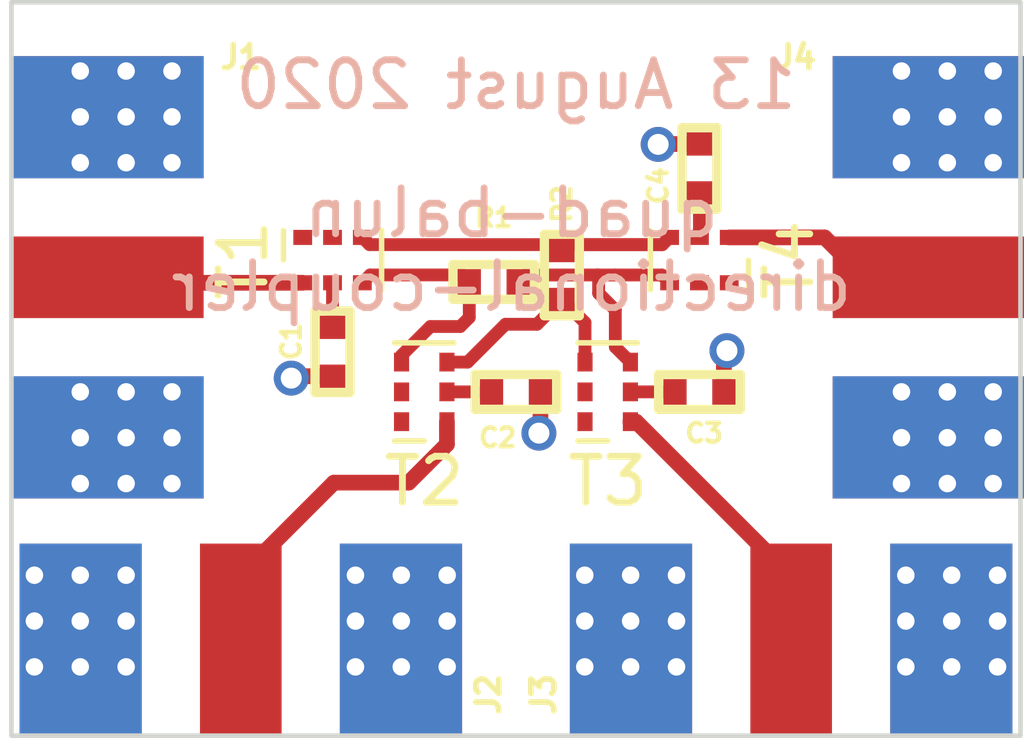
<source format=kicad_pcb>
(kicad_pcb (version 20171130) (host pcbnew 5.1.6)

  (general
    (thickness 1.6)
    (drawings 6)
    (tracks 59)
    (zones 0)
    (modules 14)
    (nets 14)
  )

  (page A4)
  (layers
    (0 F.Cu signal)
    (1 In1.Cu signal)
    (2 In2.Cu signal)
    (31 B.Cu signal)
    (32 B.Adhes user)
    (33 F.Adhes user)
    (34 B.Paste user)
    (35 F.Paste user)
    (36 B.SilkS user)
    (37 F.SilkS user)
    (38 B.Mask user)
    (39 F.Mask user)
    (40 Dwgs.User user)
    (41 Cmts.User user)
    (42 Eco1.User user)
    (43 Eco2.User user)
    (44 Edge.Cuts user)
    (45 Margin user)
    (46 B.CrtYd user)
    (47 F.CrtYd user)
    (48 B.Fab user)
    (49 F.Fab user)
  )

  (setup
    (last_trace_width 0.2794)
    (user_trace_width 0.3429)
    (trace_clearance 0.127)
    (zone_clearance 0.254)
    (zone_45_only no)
    (trace_min 0.2)
    (via_size 0.762)
    (via_drill 0.4572)
    (via_min_size 0.4)
    (via_min_drill 0.3)
    (uvia_size 0.3)
    (uvia_drill 0.1)
    (uvias_allowed no)
    (uvia_min_size 0.2)
    (uvia_min_drill 0.1)
    (edge_width 0.1)
    (segment_width 0.2)
    (pcb_text_width 0.3)
    (pcb_text_size 1.5 1.5)
    (mod_edge_width 0.15)
    (mod_text_size 1 1)
    (mod_text_width 0.15)
    (pad_size 1.524 1.524)
    (pad_drill 0.762)
    (pad_to_mask_clearance 0.0508)
    (pad_to_paste_clearance_ratio -0.05)
    (aux_axis_origin 0 0)
    (visible_elements FFFFFF7F)
    (pcbplotparams
      (layerselection 0x010f8_ffffffff)
      (usegerberextensions true)
      (usegerberattributes false)
      (usegerberadvancedattributes true)
      (creategerberjobfile false)
      (excludeedgelayer true)
      (linewidth 0.100000)
      (plotframeref false)
      (viasonmask false)
      (mode 1)
      (useauxorigin false)
      (hpglpennumber 1)
      (hpglpenspeed 20)
      (hpglpendiameter 15.000000)
      (psnegative false)
      (psa4output false)
      (plotreference true)
      (plotvalue true)
      (plotinvisibletext false)
      (padsonsilk false)
      (subtractmaskfromsilk false)
      (outputformat 1)
      (mirror false)
      (drillshape 0)
      (scaleselection 1)
      (outputdirectory "gerber"))
  )

  (net 0 "")
  (net 1 GND)
  (net 2 "Net-(C1-Pad1)")
  (net 3 "Net-(C2-Pad1)")
  (net 4 "Net-(C3-Pad1)")
  (net 5 "Net-(C4-Pad1)")
  (net 6 "Net-(J1-Pad1)")
  (net 7 "Net-(J2-Pad1)")
  (net 8 "Net-(J3-Pad1)")
  (net 9 "Net-(J4-Pad1)")
  (net 10 "Net-(R1-Pad2)")
  (net 11 "Net-(R1-Pad1)")
  (net 12 "Net-(R2-Pad2)")
  (net 13 "Net-(R2-Pad1)")

  (net_class Default "This is the default net class."
    (clearance 0.127)
    (trace_width 0.2794)
    (via_dia 0.762)
    (via_drill 0.4572)
    (uvia_dia 0.3)
    (uvia_drill 0.1)
    (diff_pair_width 0.2794)
    (diff_pair_gap 0.381)
    (add_net GND)
    (add_net "Net-(C1-Pad1)")
    (add_net "Net-(C2-Pad1)")
    (add_net "Net-(C3-Pad1)")
    (add_net "Net-(C4-Pad1)")
    (add_net "Net-(J1-Pad1)")
    (add_net "Net-(J2-Pad1)")
    (add_net "Net-(J3-Pad1)")
    (add_net "Net-(J4-Pad1)")
    (add_net "Net-(R1-Pad1)")
    (add_net "Net-(R1-Pad2)")
    (add_net "Net-(R2-Pad1)")
    (add_net "Net-(R2-Pad2)")
  )

  (module gsg-modules:0402 (layer F.Cu) (tedit 5F26E02E) (tstamp 5F361D7B)
    (at 146 79.95 270)
    (path /5F1152C4)
    (attr smd)
    (fp_text reference R2 (at -1.55 0 90) (layer F.SilkS)
      (effects (font (size 0.4064 0.4064) (thickness 0.1016)))
    )
    (fp_text value 1k (at 0 0.0508 90) (layer F.SilkS) hide
      (effects (font (size 0.4064 0.4064) (thickness 0.1016)))
    )
    (fp_line (start -0.94 0.43) (end -0.94 -0.43) (layer F.CrtYd) (width 0.05))
    (fp_line (start 0.94 0.43) (end -0.94 0.43) (layer F.CrtYd) (width 0.05))
    (fp_line (start 0.94 -0.43) (end 0.94 0.43) (layer F.CrtYd) (width 0.05))
    (fp_line (start -0.94 -0.43) (end 0.94 -0.43) (layer F.CrtYd) (width 0.05))
    (fp_line (start 0.889 -0.381) (end 0.889 0.381) (layer F.SilkS) (width 0.2032))
    (fp_line (start 0.889 0.381) (end -0.889 0.381) (layer F.SilkS) (width 0.2032))
    (fp_line (start -0.889 0.381) (end -0.889 -0.381) (layer F.SilkS) (width 0.2032))
    (fp_line (start -0.889 -0.381) (end 0.889 -0.381) (layer F.SilkS) (width 0.2032))
    (pad 1 smd rect (at -0.5334 0 270) (size 0.508 0.5588) (layers F.Cu F.Paste F.Mask)
      (net 13 "Net-(R2-Pad1)"))
    (pad 2 smd rect (at 0.5334 0 270) (size 0.508 0.5588) (layers F.Cu F.Paste F.Mask)
      (net 12 "Net-(R2-Pad2)"))
  )

  (module gsg-modules:0402 (layer F.Cu) (tedit 5F26E02E) (tstamp 5F36226B)
    (at 144.515 80.1 180)
    (path /5F115310)
    (attr smd)
    (fp_text reference R1 (at 0 1.4) (layer F.SilkS)
      (effects (font (size 0.4064 0.4064) (thickness 0.1016)))
    )
    (fp_text value 10 (at 0 0.0508) (layer F.SilkS) hide
      (effects (font (size 0.4064 0.4064) (thickness 0.1016)))
    )
    (fp_line (start -0.94 0.43) (end -0.94 -0.43) (layer F.CrtYd) (width 0.05))
    (fp_line (start 0.94 0.43) (end -0.94 0.43) (layer F.CrtYd) (width 0.05))
    (fp_line (start 0.94 -0.43) (end 0.94 0.43) (layer F.CrtYd) (width 0.05))
    (fp_line (start -0.94 -0.43) (end 0.94 -0.43) (layer F.CrtYd) (width 0.05))
    (fp_line (start 0.889 -0.381) (end 0.889 0.381) (layer F.SilkS) (width 0.2032))
    (fp_line (start 0.889 0.381) (end -0.889 0.381) (layer F.SilkS) (width 0.2032))
    (fp_line (start -0.889 0.381) (end -0.889 -0.381) (layer F.SilkS) (width 0.2032))
    (fp_line (start -0.889 -0.381) (end 0.889 -0.381) (layer F.SilkS) (width 0.2032))
    (pad 1 smd rect (at -0.5334 0 180) (size 0.508 0.5588) (layers F.Cu F.Paste F.Mask)
      (net 11 "Net-(R1-Pad1)"))
    (pad 2 smd rect (at 0.5334 0 180) (size 0.508 0.5588) (layers F.Cu F.Paste F.Mask)
      (net 10 "Net-(R1-Pad2)"))
  )

  (module gsg-modules:0402 (layer F.Cu) (tedit 5F26E02E) (tstamp 5F361F8D)
    (at 149 77.625 90)
    (path /5F3D31A4)
    (attr smd)
    (fp_text reference C4 (at -0.375 -0.9 90) (layer F.SilkS)
      (effects (font (size 0.4064 0.4064) (thickness 0.1016)))
    )
    (fp_text value C (at 0 0.0508 90) (layer F.SilkS) hide
      (effects (font (size 0.4064 0.4064) (thickness 0.1016)))
    )
    (fp_line (start -0.94 0.43) (end -0.94 -0.43) (layer F.CrtYd) (width 0.05))
    (fp_line (start 0.94 0.43) (end -0.94 0.43) (layer F.CrtYd) (width 0.05))
    (fp_line (start 0.94 -0.43) (end 0.94 0.43) (layer F.CrtYd) (width 0.05))
    (fp_line (start -0.94 -0.43) (end 0.94 -0.43) (layer F.CrtYd) (width 0.05))
    (fp_line (start 0.889 -0.381) (end 0.889 0.381) (layer F.SilkS) (width 0.2032))
    (fp_line (start 0.889 0.381) (end -0.889 0.381) (layer F.SilkS) (width 0.2032))
    (fp_line (start -0.889 0.381) (end -0.889 -0.381) (layer F.SilkS) (width 0.2032))
    (fp_line (start -0.889 -0.381) (end 0.889 -0.381) (layer F.SilkS) (width 0.2032))
    (pad 1 smd rect (at -0.5334 0 90) (size 0.508 0.5588) (layers F.Cu F.Paste F.Mask)
      (net 5 "Net-(C4-Pad1)"))
    (pad 2 smd rect (at 0.5334 0 90) (size 0.508 0.5588) (layers F.Cu F.Paste F.Mask)
      (net 1 GND))
  )

  (module gsg-modules:0402 (layer F.Cu) (tedit 5F26E02E) (tstamp 5F36160C)
    (at 149 82.5)
    (path /5F3C3D4B)
    (attr smd)
    (fp_text reference C3 (at 0.1 0.9) (layer F.SilkS)
      (effects (font (size 0.4064 0.4064) (thickness 0.1016)))
    )
    (fp_text value C (at 0 0.0508) (layer F.SilkS) hide
      (effects (font (size 0.4064 0.4064) (thickness 0.1016)))
    )
    (fp_line (start -0.94 0.43) (end -0.94 -0.43) (layer F.CrtYd) (width 0.05))
    (fp_line (start 0.94 0.43) (end -0.94 0.43) (layer F.CrtYd) (width 0.05))
    (fp_line (start 0.94 -0.43) (end 0.94 0.43) (layer F.CrtYd) (width 0.05))
    (fp_line (start -0.94 -0.43) (end 0.94 -0.43) (layer F.CrtYd) (width 0.05))
    (fp_line (start 0.889 -0.381) (end 0.889 0.381) (layer F.SilkS) (width 0.2032))
    (fp_line (start 0.889 0.381) (end -0.889 0.381) (layer F.SilkS) (width 0.2032))
    (fp_line (start -0.889 0.381) (end -0.889 -0.381) (layer F.SilkS) (width 0.2032))
    (fp_line (start -0.889 -0.381) (end 0.889 -0.381) (layer F.SilkS) (width 0.2032))
    (pad 1 smd rect (at -0.5334 0) (size 0.508 0.5588) (layers F.Cu F.Paste F.Mask)
      (net 4 "Net-(C3-Pad1)"))
    (pad 2 smd rect (at 0.5334 0) (size 0.508 0.5588) (layers F.Cu F.Paste F.Mask)
      (net 1 GND))
  )

  (module gsg-modules:0402 (layer F.Cu) (tedit 5F26E02E) (tstamp 5F3615E2)
    (at 145 82.5)
    (path /5F3CCB8A)
    (attr smd)
    (fp_text reference C2 (at -0.4 1) (layer F.SilkS)
      (effects (font (size 0.4064 0.4064) (thickness 0.1016)))
    )
    (fp_text value C (at 0 0.0508) (layer F.SilkS) hide
      (effects (font (size 0.4064 0.4064) (thickness 0.1016)))
    )
    (fp_line (start -0.94 0.43) (end -0.94 -0.43) (layer F.CrtYd) (width 0.05))
    (fp_line (start 0.94 0.43) (end -0.94 0.43) (layer F.CrtYd) (width 0.05))
    (fp_line (start 0.94 -0.43) (end 0.94 0.43) (layer F.CrtYd) (width 0.05))
    (fp_line (start -0.94 -0.43) (end 0.94 -0.43) (layer F.CrtYd) (width 0.05))
    (fp_line (start 0.889 -0.381) (end 0.889 0.381) (layer F.SilkS) (width 0.2032))
    (fp_line (start 0.889 0.381) (end -0.889 0.381) (layer F.SilkS) (width 0.2032))
    (fp_line (start -0.889 0.381) (end -0.889 -0.381) (layer F.SilkS) (width 0.2032))
    (fp_line (start -0.889 -0.381) (end 0.889 -0.381) (layer F.SilkS) (width 0.2032))
    (pad 1 smd rect (at -0.5334 0) (size 0.508 0.5588) (layers F.Cu F.Paste F.Mask)
      (net 3 "Net-(C2-Pad1)"))
    (pad 2 smd rect (at 0.5334 0) (size 0.508 0.5588) (layers F.Cu F.Paste F.Mask)
      (net 1 GND))
  )

  (module gsg-modules:0402 (layer F.Cu) (tedit 5F26E02E) (tstamp 5F360D8C)
    (at 141 81.625 270)
    (path /5F3D87A9)
    (attr smd)
    (fp_text reference C1 (at -0.225 0.9 90) (layer F.SilkS)
      (effects (font (size 0.4064 0.4064) (thickness 0.1016)))
    )
    (fp_text value C (at 0 0.0508 90) (layer F.SilkS) hide
      (effects (font (size 0.4064 0.4064) (thickness 0.1016)))
    )
    (fp_line (start -0.94 0.43) (end -0.94 -0.43) (layer F.CrtYd) (width 0.05))
    (fp_line (start 0.94 0.43) (end -0.94 0.43) (layer F.CrtYd) (width 0.05))
    (fp_line (start 0.94 -0.43) (end 0.94 0.43) (layer F.CrtYd) (width 0.05))
    (fp_line (start -0.94 -0.43) (end 0.94 -0.43) (layer F.CrtYd) (width 0.05))
    (fp_line (start 0.889 -0.381) (end 0.889 0.381) (layer F.SilkS) (width 0.2032))
    (fp_line (start 0.889 0.381) (end -0.889 0.381) (layer F.SilkS) (width 0.2032))
    (fp_line (start -0.889 0.381) (end -0.889 -0.381) (layer F.SilkS) (width 0.2032))
    (fp_line (start -0.889 -0.381) (end 0.889 -0.381) (layer F.SilkS) (width 0.2032))
    (pad 1 smd rect (at -0.5334 0 270) (size 0.508 0.5588) (layers F.Cu F.Paste F.Mask)
      (net 2 "Net-(C1-Pad1)"))
    (pad 2 smd rect (at 0.5334 0 270) (size 0.508 0.5588) (layers F.Cu F.Paste F.Mask)
      (net 1 GND))
  )

  (module RF_Converter:Anaren_0805_2012Metric-6 (layer F.Cu) (tedit 5C4621EA) (tstamp 5F361F56)
    (at 149 79.625 270)
    (descr "https://cdn.anaren.com/product-documents/Xinger/DirectionalCouplers/DC4759J5020AHF/DC4759J5020AHF_DataSheet(Rev_E).pdf")
    (tags "coupler rf")
    (path /5F3D3185)
    (clearance 0.04)
    (attr smd)
    (fp_text reference T4 (at 0 -1.95 90) (layer F.SilkS)
      (effects (font (size 1 1) (thickness 0.15)))
    )
    (fp_text value BALUN (at 0 1.95 90) (layer F.Fab)
      (effects (font (size 1 1) (thickness 0.15)))
    )
    (fp_line (start -0.645 -0.6975) (end -0.3225 -1.02) (layer F.Fab) (width 0.1))
    (fp_line (start 0 -1.07) (end 0.645 -1.07) (layer F.SilkS) (width 0.12))
    (fp_line (start -0.645 1.07) (end 0.645 1.07) (layer F.SilkS) (width 0.12))
    (fp_line (start -0.91 1.27) (end -0.91 -1.27) (layer F.CrtYd) (width 0.05))
    (fp_line (start 0.91 1.27) (end -0.91 1.27) (layer F.CrtYd) (width 0.05))
    (fp_line (start 0.91 -1.27) (end 0.91 1.27) (layer F.CrtYd) (width 0.05))
    (fp_line (start -0.91 -1.27) (end 0.91 -1.27) (layer F.CrtYd) (width 0.05))
    (fp_line (start 0.645 -1.02) (end -0.3225 -1.02) (layer F.Fab) (width 0.1))
    (fp_line (start 0.645 1.02) (end 0.645 -1.02) (layer F.Fab) (width 0.1))
    (fp_line (start -0.645 1.02) (end 0.645 1.02) (layer F.Fab) (width 0.1))
    (fp_line (start -0.645 -0.6975) (end -0.645 1.02) (layer F.Fab) (width 0.1))
    (fp_text user %R (at 0 0) (layer F.Fab)
      (effects (font (size 0.5 0.5) (thickness 0.075)))
    )
    (pad 6 smd rect (at 0.495 -0.65 180) (size 0.41 0.33) (layers F.Cu F.Paste F.Mask))
    (pad 5 smd rect (at 0.495 0 180) (size 0.41 0.33) (layers F.Cu F.Paste F.Mask))
    (pad 4 smd rect (at 0.495 0.65 180) (size 0.41 0.33) (layers F.Cu F.Paste F.Mask)
      (net 11 "Net-(R1-Pad1)"))
    (pad 3 smd rect (at -0.495 0.65 180) (size 0.41 0.33) (layers F.Cu F.Paste F.Mask)
      (net 13 "Net-(R2-Pad1)"))
    (pad 2 smd rect (at -0.495 0 180) (size 0.41 0.33) (layers F.Cu F.Paste F.Mask)
      (net 5 "Net-(C4-Pad1)"))
    (pad 1 smd rect (at -0.495 -0.65 180) (size 0.41 0.33) (layers F.Cu F.Paste F.Mask)
      (net 9 "Net-(J4-Pad1)"))
    (model ${KISYS3DMOD}/RF_Converter.3dshapes/Anaren_0805_2012Metric-6.wrl
      (at (xyz 0 0 0))
      (scale (xyz 1 1 1))
      (rotate (xyz 0 0 0))
    )
  )

  (module RF_Converter:Anaren_0805_2012Metric-6 (layer F.Cu) (tedit 5C4621EA) (tstamp 5F36156B)
    (at 147 82.5 180)
    (descr "https://cdn.anaren.com/product-documents/Xinger/DirectionalCouplers/DC4759J5020AHF/DC4759J5020AHF_DataSheet(Rev_E).pdf")
    (tags "coupler rf")
    (path /5F18D8B3)
    (clearance 0.04)
    (attr smd)
    (fp_text reference T3 (at 0 -1.95) (layer F.SilkS)
      (effects (font (size 1 1) (thickness 0.15)))
    )
    (fp_text value BALUN (at 0 1.95) (layer F.Fab)
      (effects (font (size 1 1) (thickness 0.15)))
    )
    (fp_line (start -0.645 -0.6975) (end -0.3225 -1.02) (layer F.Fab) (width 0.1))
    (fp_line (start 0 -1.07) (end 0.645 -1.07) (layer F.SilkS) (width 0.12))
    (fp_line (start -0.645 1.07) (end 0.645 1.07) (layer F.SilkS) (width 0.12))
    (fp_line (start -0.91 1.27) (end -0.91 -1.27) (layer F.CrtYd) (width 0.05))
    (fp_line (start 0.91 1.27) (end -0.91 1.27) (layer F.CrtYd) (width 0.05))
    (fp_line (start 0.91 -1.27) (end 0.91 1.27) (layer F.CrtYd) (width 0.05))
    (fp_line (start -0.91 -1.27) (end 0.91 -1.27) (layer F.CrtYd) (width 0.05))
    (fp_line (start 0.645 -1.02) (end -0.3225 -1.02) (layer F.Fab) (width 0.1))
    (fp_line (start 0.645 1.02) (end 0.645 -1.02) (layer F.Fab) (width 0.1))
    (fp_line (start -0.645 1.02) (end 0.645 1.02) (layer F.Fab) (width 0.1))
    (fp_line (start -0.645 -0.6975) (end -0.645 1.02) (layer F.Fab) (width 0.1))
    (fp_text user %R (at 0 0 90) (layer F.Fab)
      (effects (font (size 0.5 0.5) (thickness 0.075)))
    )
    (pad 6 smd rect (at 0.495 -0.65 90) (size 0.41 0.33) (layers F.Cu F.Paste F.Mask))
    (pad 5 smd rect (at 0.495 0 90) (size 0.41 0.33) (layers F.Cu F.Paste F.Mask))
    (pad 4 smd rect (at 0.495 0.65 90) (size 0.41 0.33) (layers F.Cu F.Paste F.Mask)
      (net 12 "Net-(R2-Pad2)"))
    (pad 3 smd rect (at -0.495 0.65 90) (size 0.41 0.33) (layers F.Cu F.Paste F.Mask)
      (net 11 "Net-(R1-Pad1)"))
    (pad 2 smd rect (at -0.495 0 90) (size 0.41 0.33) (layers F.Cu F.Paste F.Mask)
      (net 4 "Net-(C3-Pad1)"))
    (pad 1 smd rect (at -0.495 -0.65 90) (size 0.41 0.33) (layers F.Cu F.Paste F.Mask)
      (net 8 "Net-(J3-Pad1)"))
    (model ${KISYS3DMOD}/RF_Converter.3dshapes/Anaren_0805_2012Metric-6.wrl
      (at (xyz 0 0 0))
      (scale (xyz 1 1 1))
      (rotate (xyz 0 0 0))
    )
  )

  (module RF_Converter:Anaren_0805_2012Metric-6 (layer F.Cu) (tedit 5C4621EA) (tstamp 5F3615AA)
    (at 143 82.5 180)
    (descr "https://cdn.anaren.com/product-documents/Xinger/DirectionalCouplers/DC4759J5020AHF/DC4759J5020AHF_DataSheet(Rev_E).pdf")
    (tags "coupler rf")
    (path /5F3CCB6B)
    (clearance 0.04)
    (attr smd)
    (fp_text reference T2 (at 0 -1.95) (layer F.SilkS)
      (effects (font (size 1 1) (thickness 0.15)))
    )
    (fp_text value BALUN (at 0 1.95) (layer F.Fab)
      (effects (font (size 1 1) (thickness 0.15)))
    )
    (fp_line (start -0.645 -0.6975) (end -0.3225 -1.02) (layer F.Fab) (width 0.1))
    (fp_line (start 0 -1.07) (end 0.645 -1.07) (layer F.SilkS) (width 0.12))
    (fp_line (start -0.645 1.07) (end 0.645 1.07) (layer F.SilkS) (width 0.12))
    (fp_line (start -0.91 1.27) (end -0.91 -1.27) (layer F.CrtYd) (width 0.05))
    (fp_line (start 0.91 1.27) (end -0.91 1.27) (layer F.CrtYd) (width 0.05))
    (fp_line (start 0.91 -1.27) (end 0.91 1.27) (layer F.CrtYd) (width 0.05))
    (fp_line (start -0.91 -1.27) (end 0.91 -1.27) (layer F.CrtYd) (width 0.05))
    (fp_line (start 0.645 -1.02) (end -0.3225 -1.02) (layer F.Fab) (width 0.1))
    (fp_line (start 0.645 1.02) (end 0.645 -1.02) (layer F.Fab) (width 0.1))
    (fp_line (start -0.645 1.02) (end 0.645 1.02) (layer F.Fab) (width 0.1))
    (fp_line (start -0.645 -0.6975) (end -0.645 1.02) (layer F.Fab) (width 0.1))
    (fp_text user %R (at 0 0 90) (layer F.Fab)
      (effects (font (size 0.5 0.5) (thickness 0.075)))
    )
    (pad 6 smd rect (at 0.495 -0.65 90) (size 0.41 0.33) (layers F.Cu F.Paste F.Mask))
    (pad 5 smd rect (at 0.495 0 90) (size 0.41 0.33) (layers F.Cu F.Paste F.Mask))
    (pad 4 smd rect (at 0.495 0.65 90) (size 0.41 0.33) (layers F.Cu F.Paste F.Mask)
      (net 10 "Net-(R1-Pad2)"))
    (pad 3 smd rect (at -0.495 0.65 90) (size 0.41 0.33) (layers F.Cu F.Paste F.Mask)
      (net 12 "Net-(R2-Pad2)"))
    (pad 2 smd rect (at -0.495 0 90) (size 0.41 0.33) (layers F.Cu F.Paste F.Mask)
      (net 3 "Net-(C2-Pad1)"))
    (pad 1 smd rect (at -0.495 -0.65 90) (size 0.41 0.33) (layers F.Cu F.Paste F.Mask)
      (net 7 "Net-(J2-Pad1)"))
    (model ${KISYS3DMOD}/RF_Converter.3dshapes/Anaren_0805_2012Metric-6.wrl
      (at (xyz 0 0 0))
      (scale (xyz 1 1 1))
      (rotate (xyz 0 0 0))
    )
  )

  (module RF_Converter:Anaren_0805_2012Metric-6 (layer F.Cu) (tedit 5C4621EA) (tstamp 5F361126)
    (at 141 79.625 90)
    (descr "https://cdn.anaren.com/product-documents/Xinger/DirectionalCouplers/DC4759J5020AHF/DC4759J5020AHF_DataSheet(Rev_E).pdf")
    (tags "coupler rf")
    (path /5F3D878A)
    (clearance 0.04)
    (attr smd)
    (fp_text reference T1 (at 0 -1.95 90) (layer F.SilkS)
      (effects (font (size 1 1) (thickness 0.15)))
    )
    (fp_text value BALUN (at 0 1.95 90) (layer F.Fab)
      (effects (font (size 1 1) (thickness 0.15)))
    )
    (fp_line (start -0.645 -0.6975) (end -0.3225 -1.02) (layer F.Fab) (width 0.1))
    (fp_line (start 0 -1.07) (end 0.645 -1.07) (layer F.SilkS) (width 0.12))
    (fp_line (start -0.645 1.07) (end 0.645 1.07) (layer F.SilkS) (width 0.12))
    (fp_line (start -0.91 1.27) (end -0.91 -1.27) (layer F.CrtYd) (width 0.05))
    (fp_line (start 0.91 1.27) (end -0.91 1.27) (layer F.CrtYd) (width 0.05))
    (fp_line (start 0.91 -1.27) (end 0.91 1.27) (layer F.CrtYd) (width 0.05))
    (fp_line (start -0.91 -1.27) (end 0.91 -1.27) (layer F.CrtYd) (width 0.05))
    (fp_line (start 0.645 -1.02) (end -0.3225 -1.02) (layer F.Fab) (width 0.1))
    (fp_line (start 0.645 1.02) (end 0.645 -1.02) (layer F.Fab) (width 0.1))
    (fp_line (start -0.645 1.02) (end 0.645 1.02) (layer F.Fab) (width 0.1))
    (fp_line (start -0.645 -0.6975) (end -0.645 1.02) (layer F.Fab) (width 0.1))
    (fp_text user %R (at 0 0) (layer F.Fab)
      (effects (font (size 0.5 0.5) (thickness 0.075)))
    )
    (pad 6 smd rect (at 0.495 -0.65) (size 0.41 0.33) (layers F.Cu F.Paste F.Mask))
    (pad 5 smd rect (at 0.495 0) (size 0.41 0.33) (layers F.Cu F.Paste F.Mask))
    (pad 4 smd rect (at 0.495 0.65) (size 0.41 0.33) (layers F.Cu F.Paste F.Mask)
      (net 13 "Net-(R2-Pad1)"))
    (pad 3 smd rect (at -0.495 0.65) (size 0.41 0.33) (layers F.Cu F.Paste F.Mask)
      (net 10 "Net-(R1-Pad2)"))
    (pad 2 smd rect (at -0.495 0) (size 0.41 0.33) (layers F.Cu F.Paste F.Mask)
      (net 2 "Net-(C1-Pad1)"))
    (pad 1 smd rect (at -0.495 -0.65) (size 0.41 0.33) (layers F.Cu F.Paste F.Mask)
      (net 6 "Net-(J1-Pad1)"))
    (model ${KISYS3DMOD}/RF_Converter.3dshapes/Anaren_0805_2012Metric-6.wrl
      (at (xyz 0 0 0))
      (scale (xyz 1 1 1))
      (rotate (xyz 0 0 0))
    )
  )

  (module gsg-modules:SMA-73251-2120 (layer F.Cu) (tedit 52DD8040) (tstamp 5F36236E)
    (at 151.905 80)
    (path /5F3D318F)
    (fp_text reference J4 (at -0.805 -4.8) (layer F.SilkS)
      (effects (font (size 0.50038 0.50038) (thickness 0.12446)))
    )
    (fp_text value SMA (at 1.99898 4.0005) (layer F.SilkS) hide
      (effects (font (size 0.50038 0.50038) (thickness 0.12446)))
    )
    (pad 1 smd rect (at 2.095 0) (size 4.19 1.78) (layers F.Cu F.Mask)
      (net 9 "Net-(J4-Pad1)") (die_length -1518.485687))
    (pad 2 smd rect (at 2.095 -3.4925) (size 4.19 2.665) (layers F.Cu F.Mask)
      (net 1 GND))
    (pad 2 smd rect (at 2.095 3.4925) (size 4.19 2.665) (layers F.Cu F.Mask)
      (net 1 GND) (die_length 509.13792))
    (pad 2 smd rect (at 2.095 -3.4925) (size 4.19 2.665) (layers B.Cu B.Mask)
      (net 1 GND))
    (pad 2 smd rect (at 2.095 3.4925) (size 4.19 2.665) (layers B.Cu B.Mask)
      (net 1 GND) (die_length 483.12832))
    (pad 2 thru_hole circle (at 3.5 2.5) (size 0.6 0.6) (drill 0.381) (layers *.Cu)
      (net 1 GND))
    (pad 2 thru_hole circle (at 3.5 3.5) (size 0.6 0.6) (drill 0.381) (layers *.Cu)
      (net 1 GND))
    (pad 2 thru_hole circle (at 3.5 4.5) (size 0.6 0.6) (drill 0.381) (layers *.Cu)
      (net 1 GND))
    (pad 2 thru_hole circle (at 2.5 2.5) (size 0.6 0.6) (drill 0.381) (layers *.Cu)
      (net 1 GND))
    (pad 2 thru_hole circle (at 2.5 3.5) (size 0.6 0.6) (drill 0.381) (layers *.Cu)
      (net 1 GND))
    (pad 2 thru_hole circle (at 2.5 4.5) (size 0.6 0.6) (drill 0.381) (layers *.Cu)
      (net 1 GND))
    (pad 2 thru_hole circle (at 1.5 2.5) (size 0.6 0.6) (drill 0.381) (layers *.Cu)
      (net 1 GND))
    (pad 2 thru_hole circle (at 1.5 3.5) (size 0.6 0.6) (drill 0.381) (layers *.Cu)
      (net 1 GND))
    (pad 2 thru_hole circle (at 1.5 4.5) (size 0.6 0.6) (drill 0.381) (layers *.Cu)
      (net 1 GND))
    (pad 2 thru_hole circle (at 3.5 -2.5) (size 0.6 0.6) (drill 0.381) (layers *.Cu)
      (net 1 GND))
    (pad 2 thru_hole circle (at 3.5 -3.5) (size 0.6 0.6) (drill 0.381) (layers *.Cu)
      (net 1 GND))
    (pad 2 thru_hole circle (at 3.5 -4.5) (size 0.6 0.6) (drill 0.381) (layers *.Cu)
      (net 1 GND))
    (pad 2 thru_hole circle (at 2.5 -2.5) (size 0.6 0.6) (drill 0.381) (layers *.Cu)
      (net 1 GND))
    (pad 2 thru_hole circle (at 2.5 -3.5) (size 0.6 0.6) (drill 0.381) (layers *.Cu)
      (net 1 GND))
    (pad 2 thru_hole circle (at 2.5 -4.5) (size 0.6 0.6) (drill 0.381) (layers *.Cu)
      (net 1 GND))
    (pad 2 thru_hole circle (at 1.5 -2.5) (size 0.6 0.6) (drill 0.381) (layers *.Cu)
      (net 1 GND))
    (pad 2 thru_hole circle (at 1.5 -3.5) (size 0.6 0.6) (drill 0.381) (layers *.Cu)
      (net 1 GND))
    (pad 2 thru_hole circle (at 1.5 -4.5) (size 0.6 0.6) (drill 0.381) (layers *.Cu)
      (net 1 GND))
  )

  (module gsg-modules:SMA-73251-2120 (layer F.Cu) (tedit 52DD8040) (tstamp 5F360E0A)
    (at 151 90 90)
    (path /5F18D8A6)
    (fp_text reference J3 (at 0.9 -5.4 90) (layer F.SilkS)
      (effects (font (size 0.50038 0.50038) (thickness 0.12446)))
    )
    (fp_text value SMA (at 1.99898 4.0005 90) (layer F.SilkS) hide
      (effects (font (size 0.50038 0.50038) (thickness 0.12446)))
    )
    (pad 1 smd rect (at 2.095 0 90) (size 4.19 1.78) (layers F.Cu F.Mask)
      (net 8 "Net-(J3-Pad1)") (die_length -1518.485687))
    (pad 2 smd rect (at 2.095 -3.4925 90) (size 4.19 2.665) (layers F.Cu F.Mask)
      (net 1 GND))
    (pad 2 smd rect (at 2.095 3.4925 90) (size 4.19 2.665) (layers F.Cu F.Mask)
      (net 1 GND) (die_length 509.13792))
    (pad 2 smd rect (at 2.095 -3.4925 90) (size 4.19 2.665) (layers B.Cu B.Mask)
      (net 1 GND))
    (pad 2 smd rect (at 2.095 3.4925 90) (size 4.19 2.665) (layers B.Cu B.Mask)
      (net 1 GND) (die_length 483.12832))
    (pad 2 thru_hole circle (at 3.5 2.5 90) (size 0.6 0.6) (drill 0.381) (layers *.Cu)
      (net 1 GND))
    (pad 2 thru_hole circle (at 3.5 3.5 90) (size 0.6 0.6) (drill 0.381) (layers *.Cu)
      (net 1 GND))
    (pad 2 thru_hole circle (at 3.5 4.5 90) (size 0.6 0.6) (drill 0.381) (layers *.Cu)
      (net 1 GND))
    (pad 2 thru_hole circle (at 2.5 2.5 90) (size 0.6 0.6) (drill 0.381) (layers *.Cu)
      (net 1 GND))
    (pad 2 thru_hole circle (at 2.5 3.5 90) (size 0.6 0.6) (drill 0.381) (layers *.Cu)
      (net 1 GND))
    (pad 2 thru_hole circle (at 2.5 4.5 90) (size 0.6 0.6) (drill 0.381) (layers *.Cu)
      (net 1 GND))
    (pad 2 thru_hole circle (at 1.5 2.5 90) (size 0.6 0.6) (drill 0.381) (layers *.Cu)
      (net 1 GND))
    (pad 2 thru_hole circle (at 1.5 3.5 90) (size 0.6 0.6) (drill 0.381) (layers *.Cu)
      (net 1 GND))
    (pad 2 thru_hole circle (at 1.5 4.5 90) (size 0.6 0.6) (drill 0.381) (layers *.Cu)
      (net 1 GND))
    (pad 2 thru_hole circle (at 3.5 -2.5 90) (size 0.6 0.6) (drill 0.381) (layers *.Cu)
      (net 1 GND))
    (pad 2 thru_hole circle (at 3.5 -3.5 90) (size 0.6 0.6) (drill 0.381) (layers *.Cu)
      (net 1 GND))
    (pad 2 thru_hole circle (at 3.5 -4.5 90) (size 0.6 0.6) (drill 0.381) (layers *.Cu)
      (net 1 GND))
    (pad 2 thru_hole circle (at 2.5 -2.5 90) (size 0.6 0.6) (drill 0.381) (layers *.Cu)
      (net 1 GND))
    (pad 2 thru_hole circle (at 2.5 -3.5 90) (size 0.6 0.6) (drill 0.381) (layers *.Cu)
      (net 1 GND))
    (pad 2 thru_hole circle (at 2.5 -4.5 90) (size 0.6 0.6) (drill 0.381) (layers *.Cu)
      (net 1 GND))
    (pad 2 thru_hole circle (at 1.5 -2.5 90) (size 0.6 0.6) (drill 0.381) (layers *.Cu)
      (net 1 GND))
    (pad 2 thru_hole circle (at 1.5 -3.5 90) (size 0.6 0.6) (drill 0.381) (layers *.Cu)
      (net 1 GND))
    (pad 2 thru_hole circle (at 1.5 -4.5 90) (size 0.6 0.6) (drill 0.381) (layers *.Cu)
      (net 1 GND))
  )

  (module gsg-modules:SMA-73251-2120 (layer F.Cu) (tedit 52DD8040) (tstamp 5F36216F)
    (at 139 90 90)
    (path /5F3CCB75)
    (fp_text reference J2 (at 0.9 5.4 90) (layer F.SilkS)
      (effects (font (size 0.50038 0.50038) (thickness 0.12446)))
    )
    (fp_text value SMA (at 1.99898 4.0005 90) (layer F.SilkS) hide
      (effects (font (size 0.50038 0.50038) (thickness 0.12446)))
    )
    (pad 1 smd rect (at 2.095 0 90) (size 4.19 1.78) (layers F.Cu F.Mask)
      (net 7 "Net-(J2-Pad1)") (die_length -1518.485687))
    (pad 2 smd rect (at 2.095 -3.4925 90) (size 4.19 2.665) (layers F.Cu F.Mask)
      (net 1 GND))
    (pad 2 smd rect (at 2.095 3.4925 90) (size 4.19 2.665) (layers F.Cu F.Mask)
      (net 1 GND) (die_length 509.13792))
    (pad 2 smd rect (at 2.095 -3.4925 90) (size 4.19 2.665) (layers B.Cu B.Mask)
      (net 1 GND))
    (pad 2 smd rect (at 2.095 3.4925 90) (size 4.19 2.665) (layers B.Cu B.Mask)
      (net 1 GND) (die_length 483.12832))
    (pad 2 thru_hole circle (at 3.5 2.5 90) (size 0.6 0.6) (drill 0.381) (layers *.Cu)
      (net 1 GND))
    (pad 2 thru_hole circle (at 3.5 3.5 90) (size 0.6 0.6) (drill 0.381) (layers *.Cu)
      (net 1 GND))
    (pad 2 thru_hole circle (at 3.5 4.5 90) (size 0.6 0.6) (drill 0.381) (layers *.Cu)
      (net 1 GND))
    (pad 2 thru_hole circle (at 2.5 2.5 90) (size 0.6 0.6) (drill 0.381) (layers *.Cu)
      (net 1 GND))
    (pad 2 thru_hole circle (at 2.5 3.5 90) (size 0.6 0.6) (drill 0.381) (layers *.Cu)
      (net 1 GND))
    (pad 2 thru_hole circle (at 2.5 4.5 90) (size 0.6 0.6) (drill 0.381) (layers *.Cu)
      (net 1 GND))
    (pad 2 thru_hole circle (at 1.5 2.5 90) (size 0.6 0.6) (drill 0.381) (layers *.Cu)
      (net 1 GND))
    (pad 2 thru_hole circle (at 1.5 3.5 90) (size 0.6 0.6) (drill 0.381) (layers *.Cu)
      (net 1 GND))
    (pad 2 thru_hole circle (at 1.5 4.5 90) (size 0.6 0.6) (drill 0.381) (layers *.Cu)
      (net 1 GND))
    (pad 2 thru_hole circle (at 3.5 -2.5 90) (size 0.6 0.6) (drill 0.381) (layers *.Cu)
      (net 1 GND))
    (pad 2 thru_hole circle (at 3.5 -3.5 90) (size 0.6 0.6) (drill 0.381) (layers *.Cu)
      (net 1 GND))
    (pad 2 thru_hole circle (at 3.5 -4.5 90) (size 0.6 0.6) (drill 0.381) (layers *.Cu)
      (net 1 GND))
    (pad 2 thru_hole circle (at 2.5 -2.5 90) (size 0.6 0.6) (drill 0.381) (layers *.Cu)
      (net 1 GND))
    (pad 2 thru_hole circle (at 2.5 -3.5 90) (size 0.6 0.6) (drill 0.381) (layers *.Cu)
      (net 1 GND))
    (pad 2 thru_hole circle (at 2.5 -4.5 90) (size 0.6 0.6) (drill 0.381) (layers *.Cu)
      (net 1 GND))
    (pad 2 thru_hole circle (at 1.5 -2.5 90) (size 0.6 0.6) (drill 0.381) (layers *.Cu)
      (net 1 GND))
    (pad 2 thru_hole circle (at 1.5 -3.5 90) (size 0.6 0.6) (drill 0.381) (layers *.Cu)
      (net 1 GND))
    (pad 2 thru_hole circle (at 1.5 -4.5 90) (size 0.6 0.6) (drill 0.381) (layers *.Cu)
      (net 1 GND))
  )

  (module gsg-modules:SMA-73251-2120 (layer F.Cu) (tedit 52DD8040) (tstamp 5F360DD4)
    (at 134 80)
    (path /5F3D8794)
    (fp_text reference J1 (at 5 -4.8) (layer F.SilkS)
      (effects (font (size 0.50038 0.50038) (thickness 0.12446)))
    )
    (fp_text value SMA (at 1.99898 4.0005) (layer F.SilkS) hide
      (effects (font (size 0.50038 0.50038) (thickness 0.12446)))
    )
    (pad 1 smd rect (at 2.095 0) (size 4.19 1.78) (layers F.Cu F.Mask)
      (net 6 "Net-(J1-Pad1)") (die_length -1518.485687))
    (pad 2 smd rect (at 2.095 -3.4925) (size 4.19 2.665) (layers F.Cu F.Mask)
      (net 1 GND))
    (pad 2 smd rect (at 2.095 3.4925) (size 4.19 2.665) (layers F.Cu F.Mask)
      (net 1 GND) (die_length 509.13792))
    (pad 2 smd rect (at 2.095 -3.4925) (size 4.19 2.665) (layers B.Cu B.Mask)
      (net 1 GND))
    (pad 2 smd rect (at 2.095 3.4925) (size 4.19 2.665) (layers B.Cu B.Mask)
      (net 1 GND) (die_length 483.12832))
    (pad 2 thru_hole circle (at 3.5 2.5) (size 0.6 0.6) (drill 0.381) (layers *.Cu)
      (net 1 GND))
    (pad 2 thru_hole circle (at 3.5 3.5) (size 0.6 0.6) (drill 0.381) (layers *.Cu)
      (net 1 GND))
    (pad 2 thru_hole circle (at 3.5 4.5) (size 0.6 0.6) (drill 0.381) (layers *.Cu)
      (net 1 GND))
    (pad 2 thru_hole circle (at 2.5 2.5) (size 0.6 0.6) (drill 0.381) (layers *.Cu)
      (net 1 GND))
    (pad 2 thru_hole circle (at 2.5 3.5) (size 0.6 0.6) (drill 0.381) (layers *.Cu)
      (net 1 GND))
    (pad 2 thru_hole circle (at 2.5 4.5) (size 0.6 0.6) (drill 0.381) (layers *.Cu)
      (net 1 GND))
    (pad 2 thru_hole circle (at 1.5 2.5) (size 0.6 0.6) (drill 0.381) (layers *.Cu)
      (net 1 GND))
    (pad 2 thru_hole circle (at 1.5 3.5) (size 0.6 0.6) (drill 0.381) (layers *.Cu)
      (net 1 GND))
    (pad 2 thru_hole circle (at 1.5 4.5) (size 0.6 0.6) (drill 0.381) (layers *.Cu)
      (net 1 GND))
    (pad 2 thru_hole circle (at 3.5 -2.5) (size 0.6 0.6) (drill 0.381) (layers *.Cu)
      (net 1 GND))
    (pad 2 thru_hole circle (at 3.5 -3.5) (size 0.6 0.6) (drill 0.381) (layers *.Cu)
      (net 1 GND))
    (pad 2 thru_hole circle (at 3.5 -4.5) (size 0.6 0.6) (drill 0.381) (layers *.Cu)
      (net 1 GND))
    (pad 2 thru_hole circle (at 2.5 -2.5) (size 0.6 0.6) (drill 0.381) (layers *.Cu)
      (net 1 GND))
    (pad 2 thru_hole circle (at 2.5 -3.5) (size 0.6 0.6) (drill 0.381) (layers *.Cu)
      (net 1 GND))
    (pad 2 thru_hole circle (at 2.5 -4.5) (size 0.6 0.6) (drill 0.381) (layers *.Cu)
      (net 1 GND))
    (pad 2 thru_hole circle (at 1.5 -2.5) (size 0.6 0.6) (drill 0.381) (layers *.Cu)
      (net 1 GND))
    (pad 2 thru_hole circle (at 1.5 -3.5) (size 0.6 0.6) (drill 0.381) (layers *.Cu)
      (net 1 GND))
    (pad 2 thru_hole circle (at 1.5 -4.5) (size 0.6 0.6) (drill 0.381) (layers *.Cu)
      (net 1 GND))
  )

  (gr_text "13 August 2020" (at 145 75.8) (layer B.SilkS) (tstamp 5F3623DE)
    (effects (font (size 1 1) (thickness 0.15)) (justify mirror))
  )
  (gr_text "quad-balun\ndirectional-coupler" (at 144.9 79.4) (layer B.SilkS)
    (effects (font (size 1 1) (thickness 0.15)) (justify mirror))
  )
  (gr_line (start 156 74) (end 134 74) (layer Edge.Cuts) (width 0.1) (tstamp 5F362244))
  (gr_line (start 156 90) (end 156 74) (layer Edge.Cuts) (width 0.1))
  (gr_line (start 134 90) (end 156 90) (layer Edge.Cuts) (width 0.1))
  (gr_line (start 134 74) (end 134 90) (layer Edge.Cuts) (width 0.1))

  (segment (start 145.5334 82.5) (end 145.5334 83.3666) (width 0.3429) (layer F.Cu) (net 1))
  (via (at 145.5 83.4) (size 0.762) (drill 0.4572) (layers F.Cu B.Cu) (net 1))
  (segment (start 145.5334 83.3666) (end 145.5 83.4) (width 0.3429) (layer F.Cu) (net 1))
  (via (at 149.6 81.6) (size 0.762) (drill 0.4572) (layers F.Cu B.Cu) (net 1))
  (segment (start 149.5334 82.5) (end 149.5334 81.6666) (width 0.3429) (layer F.Cu) (net 1))
  (segment (start 149.5334 81.6666) (end 149.6 81.6) (width 0.3429) (layer F.Cu) (net 1))
  (segment (start 149 77.0916) (end 148.1084 77.0916) (width 0.3429) (layer F.Cu) (net 1))
  (via (at 148.1 77.1) (size 0.762) (drill 0.4572) (layers F.Cu B.Cu) (net 1))
  (segment (start 148.1084 77.0916) (end 148.1 77.1) (width 0.3429) (layer F.Cu) (net 1))
  (via (at 140.1 82.2) (size 0.762) (drill 0.4572) (layers F.Cu B.Cu) (net 1))
  (segment (start 141 82.1584) (end 140.1416 82.1584) (width 0.3429) (layer F.Cu) (net 1))
  (segment (start 140.1416 82.1584) (end 140.1 82.2) (width 0.3429) (layer F.Cu) (net 1))
  (segment (start 141 80.12) (end 141 81.0916) (width 0.2794) (layer F.Cu) (net 2))
  (segment (start 143.495 82.5) (end 144.4666 82.5) (width 0.2794) (layer F.Cu) (net 3))
  (segment (start 147.495 82.5) (end 148.4666 82.5) (width 0.2794) (layer F.Cu) (net 4))
  (segment (start 149 78.1584) (end 149 79.13) (width 0.2794) (layer F.Cu) (net 5))
  (segment (start 136.215 80.12) (end 136.095 80) (width 0.3429) (layer F.Cu) (net 6) (tstamp 5F3622E6))
  (segment (start 140.35 80.12) (end 136.215 80.12) (width 0.3429) (layer F.Cu) (net 6))
  (segment (start 143.495 83.15) (end 143.495 83.645) (width 0.3429) (layer F.Cu) (net 7))
  (segment (start 143.495 83.645) (end 142.66 84.48) (width 0.3429) (layer F.Cu) (net 7))
  (segment (start 142.66 84.48) (end 141.03 84.48) (width 0.3429) (layer F.Cu) (net 7))
  (segment (start 139 86.51) (end 139 87.905) (width 0.3429) (layer F.Cu) (net 7))
  (segment (start 141.03 84.48) (end 139 86.51) (width 0.3429) (layer F.Cu) (net 7))
  (segment (start 147.495 83.15) (end 147.62 83.15) (width 0.3429) (layer F.Cu) (net 8))
  (segment (start 151 86.53) (end 151 87.905) (width 0.3429) (layer F.Cu) (net 8))
  (segment (start 147.62 83.15) (end 151 86.53) (width 0.3429) (layer F.Cu) (net 8))
  (segment (start 149.65 79.13) (end 151.73 79.13) (width 0.3429) (layer F.Cu) (net 9))
  (segment (start 152.6 80) (end 154 80) (width 0.3429) (layer F.Cu) (net 9))
  (segment (start 151.73 79.13) (end 152.6 80) (width 0.3429) (layer F.Cu) (net 9))
  (segment (start 141.65 80.12) (end 141.821 79.949) (width 0.2794) (layer F.Cu) (net 10))
  (segment (start 143.8306 79.949) (end 143.9816 80.1) (width 0.2794) (layer F.Cu) (net 10))
  (segment (start 141.821 79.949) (end 143.8306 79.949) (width 0.2794) (layer F.Cu) (net 10))
  (segment (start 143.9816 80.1) (end 143.9816 80.8776) (width 0.2794) (layer F.Cu) (net 10))
  (segment (start 143.9816 80.8776) (end 143.7852 81.074) (width 0.2794) (layer F.Cu) (net 10))
  (segment (start 143.7852 81.074) (end 143.134 81.074) (width 0.2794) (layer F.Cu) (net 10))
  (segment (start 142.505 81.703) (end 142.505 81.85) (width 0.2794) (layer F.Cu) (net 10))
  (segment (start 143.134 81.074) (end 142.505 81.703) (width 0.2794) (layer F.Cu) (net 10))
  (segment (start 148.18 79.95) (end 148.35 80.12) (width 0.2794) (layer F.Cu) (net 11))
  (segment (start 145.0484 80.1) (end 145.1984 79.95) (width 0.2794) (layer F.Cu) (net 11))
  (segment (start 147.168 79.95) (end 148.18 79.95) (width 0.2794) (layer F.Cu) (net 11))
  (segment (start 147.495 81.85) (end 147.166 81.521) (width 0.2794) (layer F.Cu) (net 11))
  (segment (start 147.166 81.521) (end 147.166 80.712) (width 0.2794) (layer F.Cu) (net 11))
  (segment (start 147.166 80.712) (end 146.802 80.348) (width 0.2794) (layer F.Cu) (net 11))
  (segment (start 146.802 80.348) (end 146.802 79.972) (width 0.2794) (layer F.Cu) (net 11))
  (segment (start 145.1984 79.95) (end 146.78 79.95) (width 0.2794) (layer F.Cu) (net 11) (tstamp 5F362296))
  (segment (start 146.802 79.972) (end 146.78 79.95) (width 0.2794) (layer F.Cu) (net 11))
  (segment (start 146.78 79.95) (end 147.168 79.95) (width 0.2794) (layer F.Cu) (net 11))
  (segment (start 146.505 80.9884) (end 146.505 81.85) (width 0.2794) (layer F.Cu) (net 12))
  (segment (start 146 80.4834) (end 146.505 80.9884) (width 0.2794) (layer F.Cu) (net 12))
  (segment (start 143.495 81.85) (end 143.946 81.85) (width 0.2794) (layer F.Cu) (net 12))
  (segment (start 143.946 81.85) (end 144.771 81.025) (width 0.2794) (layer F.Cu) (net 12))
  (segment (start 145.4584 81.025) (end 146 80.4834) (width 0.2794) (layer F.Cu) (net 12))
  (segment (start 144.771 81.025) (end 145.4584 81.025) (width 0.2794) (layer F.Cu) (net 12))
  (segment (start 145.8724 79.289) (end 146 79.4166) (width 0.2794) (layer F.Cu) (net 13))
  (segment (start 148.35 79.13) (end 148.193 79.287) (width 0.2794) (layer F.Cu) (net 13))
  (segment (start 146.1296 79.287) (end 146 79.4166) (width 0.2794) (layer F.Cu) (net 13))
  (segment (start 148.193 79.287) (end 146.1296 79.287) (width 0.2794) (layer F.Cu) (net 13))
  (segment (start 141.807 79.287) (end 148.193 79.287) (width 0.2794) (layer F.Cu) (net 13))
  (segment (start 141.65 79.13) (end 141.807 79.287) (width 0.2794) (layer F.Cu) (net 13))

  (zone (net 1) (net_name GND) (layer In2.Cu) (tstamp 5F35C673) (hatch edge 0.508)
    (connect_pads (clearance 0.254))
    (min_thickness 0.254)
    (fill yes (arc_segments 32) (thermal_gap 0.254) (thermal_bridge_width 0.3048))
    (polygon
      (pts
        (xy 156 90) (xy 134 90) (xy 134 74) (xy 156 74)
      )
    )
    (filled_polygon
      (pts
        (xy 155.569001 74.838025) (xy 155.539937 74.829141) (xy 155.406467 74.815706) (xy 155.272939 74.828568) (xy 155.144487 74.867233)
        (xy 155.026047 74.930215) (xy 155.023608 74.931845) (xy 155.00683 75.065909) (xy 155.405 75.464079) (xy 155.419143 75.449937)
        (xy 155.455064 75.485858) (xy 155.440921 75.5) (xy 155.455064 75.514143) (xy 155.419143 75.550064) (xy 155.405 75.535921)
        (xy 155.00683 75.934091) (xy 155.015078 76) (xy 155.00683 76.065909) (xy 155.405 76.464079) (xy 155.419143 76.449937)
        (xy 155.455064 76.485858) (xy 155.440921 76.5) (xy 155.455064 76.514143) (xy 155.419143 76.550064) (xy 155.405 76.535921)
        (xy 155.00683 76.934091) (xy 155.015078 77) (xy 155.00683 77.065909) (xy 155.405 77.464079) (xy 155.419143 77.449937)
        (xy 155.455064 77.485858) (xy 155.440921 77.5) (xy 155.455064 77.514143) (xy 155.419143 77.550064) (xy 155.405 77.535921)
        (xy 155.00683 77.934091) (xy 155.023608 78.068155) (xy 155.141777 78.131644) (xy 155.270063 78.170859) (xy 155.403533 78.184294)
        (xy 155.537061 78.171432) (xy 155.569001 78.161818) (xy 155.569001 81.838025) (xy 155.539937 81.829141) (xy 155.406467 81.815706)
        (xy 155.272939 81.828568) (xy 155.144487 81.867233) (xy 155.026047 81.930215) (xy 155.023608 81.931845) (xy 155.00683 82.065909)
        (xy 155.405 82.464079) (xy 155.419143 82.449937) (xy 155.455064 82.485858) (xy 155.440921 82.5) (xy 155.455064 82.514143)
        (xy 155.419143 82.550064) (xy 155.405 82.535921) (xy 155.00683 82.934091) (xy 155.015078 83) (xy 155.00683 83.065909)
        (xy 155.405 83.464079) (xy 155.419143 83.449937) (xy 155.455064 83.485858) (xy 155.440921 83.5) (xy 155.455064 83.514143)
        (xy 155.419143 83.550064) (xy 155.405 83.535921) (xy 155.00683 83.934091) (xy 155.015078 84) (xy 155.00683 84.065909)
        (xy 155.405 84.464079) (xy 155.419143 84.449937) (xy 155.455064 84.485858) (xy 155.440921 84.5) (xy 155.455064 84.514143)
        (xy 155.419143 84.550064) (xy 155.405 84.535921) (xy 155.00683 84.934091) (xy 155.023608 85.068155) (xy 155.141777 85.131644)
        (xy 155.270063 85.170859) (xy 155.403533 85.184294) (xy 155.537061 85.171432) (xy 155.569 85.161818) (xy 155.569 85.822504)
        (xy 155.501467 85.815706) (xy 155.367939 85.828568) (xy 155.239487 85.867233) (xy 155.121047 85.930215) (xy 155.118608 85.931845)
        (xy 155.10183 86.065909) (xy 155.5 86.464079) (xy 155.514143 86.449937) (xy 155.550064 86.485858) (xy 155.535921 86.5)
        (xy 155.550064 86.514143) (xy 155.514143 86.550064) (xy 155.5 86.535921) (xy 155.10183 86.934091) (xy 155.110078 87)
        (xy 155.10183 87.065909) (xy 155.5 87.464079) (xy 155.514143 87.449937) (xy 155.550064 87.485858) (xy 155.535921 87.5)
        (xy 155.550064 87.514143) (xy 155.514143 87.550064) (xy 155.5 87.535921) (xy 155.10183 87.934091) (xy 155.110078 88)
        (xy 155.10183 88.065909) (xy 155.5 88.464079) (xy 155.514143 88.449937) (xy 155.550064 88.485858) (xy 155.535921 88.5)
        (xy 155.550064 88.514143) (xy 155.514143 88.550064) (xy 155.5 88.535921) (xy 155.10183 88.934091) (xy 155.118608 89.068155)
        (xy 155.236777 89.131644) (xy 155.365063 89.170859) (xy 155.498533 89.184294) (xy 155.569 89.177506) (xy 155.569 89.569)
        (xy 134.431 89.569) (xy 134.431 89.177496) (xy 134.498533 89.184294) (xy 134.632061 89.171432) (xy 134.760513 89.132767)
        (xy 134.878953 89.069785) (xy 134.881392 89.068155) (xy 134.89817 88.934091) (xy 135.10183 88.934091) (xy 135.118608 89.068155)
        (xy 135.236777 89.131644) (xy 135.365063 89.170859) (xy 135.498533 89.184294) (xy 135.632061 89.171432) (xy 135.760513 89.132767)
        (xy 135.878953 89.069785) (xy 135.881392 89.068155) (xy 135.89817 88.934091) (xy 136.10183 88.934091) (xy 136.118608 89.068155)
        (xy 136.236777 89.131644) (xy 136.365063 89.170859) (xy 136.498533 89.184294) (xy 136.632061 89.171432) (xy 136.760513 89.132767)
        (xy 136.878953 89.069785) (xy 136.881392 89.068155) (xy 136.89817 88.934091) (xy 141.10183 88.934091) (xy 141.118608 89.068155)
        (xy 141.236777 89.131644) (xy 141.365063 89.170859) (xy 141.498533 89.184294) (xy 141.632061 89.171432) (xy 141.760513 89.132767)
        (xy 141.878953 89.069785) (xy 141.881392 89.068155) (xy 141.89817 88.934091) (xy 142.10183 88.934091) (xy 142.118608 89.068155)
        (xy 142.236777 89.131644) (xy 142.365063 89.170859) (xy 142.498533 89.184294) (xy 142.632061 89.171432) (xy 142.760513 89.132767)
        (xy 142.878953 89.069785) (xy 142.881392 89.068155) (xy 142.89817 88.934091) (xy 143.10183 88.934091) (xy 143.118608 89.068155)
        (xy 143.236777 89.131644) (xy 143.365063 89.170859) (xy 143.498533 89.184294) (xy 143.632061 89.171432) (xy 143.760513 89.132767)
        (xy 143.878953 89.069785) (xy 143.881392 89.068155) (xy 143.89817 88.934091) (xy 146.10183 88.934091) (xy 146.118608 89.068155)
        (xy 146.236777 89.131644) (xy 146.365063 89.170859) (xy 146.498533 89.184294) (xy 146.632061 89.171432) (xy 146.760513 89.132767)
        (xy 146.878953 89.069785) (xy 146.881392 89.068155) (xy 146.89817 88.934091) (xy 147.10183 88.934091) (xy 147.118608 89.068155)
        (xy 147.236777 89.131644) (xy 147.365063 89.170859) (xy 147.498533 89.184294) (xy 147.632061 89.171432) (xy 147.760513 89.132767)
        (xy 147.878953 89.069785) (xy 147.881392 89.068155) (xy 147.89817 88.934091) (xy 148.10183 88.934091) (xy 148.118608 89.068155)
        (xy 148.236777 89.131644) (xy 148.365063 89.170859) (xy 148.498533 89.184294) (xy 148.632061 89.171432) (xy 148.760513 89.132767)
        (xy 148.878953 89.069785) (xy 148.881392 89.068155) (xy 148.89817 88.934091) (xy 153.10183 88.934091) (xy 153.118608 89.068155)
        (xy 153.236777 89.131644) (xy 153.365063 89.170859) (xy 153.498533 89.184294) (xy 153.632061 89.171432) (xy 153.760513 89.132767)
        (xy 153.878953 89.069785) (xy 153.881392 89.068155) (xy 153.89817 88.934091) (xy 154.10183 88.934091) (xy 154.118608 89.068155)
        (xy 154.236777 89.131644) (xy 154.365063 89.170859) (xy 154.498533 89.184294) (xy 154.632061 89.171432) (xy 154.760513 89.132767)
        (xy 154.878953 89.069785) (xy 154.881392 89.068155) (xy 154.89817 88.934091) (xy 154.5 88.535921) (xy 154.10183 88.934091)
        (xy 153.89817 88.934091) (xy 153.5 88.535921) (xy 153.10183 88.934091) (xy 148.89817 88.934091) (xy 148.5 88.535921)
        (xy 148.10183 88.934091) (xy 147.89817 88.934091) (xy 147.5 88.535921) (xy 147.10183 88.934091) (xy 146.89817 88.934091)
        (xy 146.5 88.535921) (xy 146.10183 88.934091) (xy 143.89817 88.934091) (xy 143.5 88.535921) (xy 143.10183 88.934091)
        (xy 142.89817 88.934091) (xy 142.5 88.535921) (xy 142.10183 88.934091) (xy 141.89817 88.934091) (xy 141.5 88.535921)
        (xy 141.10183 88.934091) (xy 136.89817 88.934091) (xy 136.5 88.535921) (xy 136.10183 88.934091) (xy 135.89817 88.934091)
        (xy 135.5 88.535921) (xy 135.10183 88.934091) (xy 134.89817 88.934091) (xy 134.5 88.535921) (xy 134.485858 88.550064)
        (xy 134.449937 88.514143) (xy 134.464079 88.5) (xy 134.535921 88.5) (xy 134.934091 88.89817) (xy 135 88.889922)
        (xy 135.065909 88.89817) (xy 135.464079 88.5) (xy 135.535921 88.5) (xy 135.934091 88.89817) (xy 136 88.889922)
        (xy 136.065909 88.89817) (xy 136.464079 88.5) (xy 136.535921 88.5) (xy 136.934091 88.89817) (xy 137.068155 88.881392)
        (xy 137.131644 88.763223) (xy 137.170859 88.634937) (xy 137.184294 88.501467) (xy 137.184012 88.498533) (xy 140.815706 88.498533)
        (xy 140.828568 88.632061) (xy 140.867233 88.760513) (xy 140.930215 88.878953) (xy 140.931845 88.881392) (xy 141.065909 88.89817)
        (xy 141.464079 88.5) (xy 141.535921 88.5) (xy 141.934091 88.89817) (xy 142 88.889922) (xy 142.065909 88.89817)
        (xy 142.464079 88.5) (xy 142.535921 88.5) (xy 142.934091 88.89817) (xy 143 88.889922) (xy 143.065909 88.89817)
        (xy 143.464079 88.5) (xy 143.535921 88.5) (xy 143.934091 88.89817) (xy 144.068155 88.881392) (xy 144.131644 88.763223)
        (xy 144.170859 88.634937) (xy 144.184294 88.501467) (xy 144.184012 88.498533) (xy 145.815706 88.498533) (xy 145.828568 88.632061)
        (xy 145.867233 88.760513) (xy 145.930215 88.878953) (xy 145.931845 88.881392) (xy 146.065909 88.89817) (xy 146.464079 88.5)
        (xy 146.535921 88.5) (xy 146.934091 88.89817) (xy 147 88.889922) (xy 147.065909 88.89817) (xy 147.464079 88.5)
        (xy 147.535921 88.5) (xy 147.934091 88.89817) (xy 148 88.889922) (xy 148.065909 88.89817) (xy 148.464079 88.5)
        (xy 148.535921 88.5) (xy 148.934091 88.89817) (xy 149.068155 88.881392) (xy 149.131644 88.763223) (xy 149.170859 88.634937)
        (xy 149.184294 88.501467) (xy 149.184012 88.498533) (xy 152.815706 88.498533) (xy 152.828568 88.632061) (xy 152.867233 88.760513)
        (xy 152.930215 88.878953) (xy 152.931845 88.881392) (xy 153.065909 88.89817) (xy 153.464079 88.5) (xy 153.535921 88.5)
        (xy 153.934091 88.89817) (xy 154 88.889922) (xy 154.065909 88.89817) (xy 154.464079 88.5) (xy 154.535921 88.5)
        (xy 154.934091 88.89817) (xy 155 88.889922) (xy 155.065909 88.89817) (xy 155.464079 88.5) (xy 155.065909 88.10183)
        (xy 155 88.110078) (xy 154.934091 88.10183) (xy 154.535921 88.5) (xy 154.464079 88.5) (xy 154.065909 88.10183)
        (xy 154 88.110078) (xy 153.934091 88.10183) (xy 153.535921 88.5) (xy 153.464079 88.5) (xy 153.065909 88.10183)
        (xy 152.931845 88.118608) (xy 152.868356 88.236777) (xy 152.829141 88.365063) (xy 152.815706 88.498533) (xy 149.184012 88.498533)
        (xy 149.171432 88.367939) (xy 149.132767 88.239487) (xy 149.069785 88.121047) (xy 149.068155 88.118608) (xy 148.934091 88.10183)
        (xy 148.535921 88.5) (xy 148.464079 88.5) (xy 148.065909 88.10183) (xy 148 88.110078) (xy 147.934091 88.10183)
        (xy 147.535921 88.5) (xy 147.464079 88.5) (xy 147.065909 88.10183) (xy 147 88.110078) (xy 146.934091 88.10183)
        (xy 146.535921 88.5) (xy 146.464079 88.5) (xy 146.065909 88.10183) (xy 145.931845 88.118608) (xy 145.868356 88.236777)
        (xy 145.829141 88.365063) (xy 145.815706 88.498533) (xy 144.184012 88.498533) (xy 144.171432 88.367939) (xy 144.132767 88.239487)
        (xy 144.069785 88.121047) (xy 144.068155 88.118608) (xy 143.934091 88.10183) (xy 143.535921 88.5) (xy 143.464079 88.5)
        (xy 143.065909 88.10183) (xy 143 88.110078) (xy 142.934091 88.10183) (xy 142.535921 88.5) (xy 142.464079 88.5)
        (xy 142.065909 88.10183) (xy 142 88.110078) (xy 141.934091 88.10183) (xy 141.535921 88.5) (xy 141.464079 88.5)
        (xy 141.065909 88.10183) (xy 140.931845 88.118608) (xy 140.868356 88.236777) (xy 140.829141 88.365063) (xy 140.815706 88.498533)
        (xy 137.184012 88.498533) (xy 137.171432 88.367939) (xy 137.132767 88.239487) (xy 137.069785 88.121047) (xy 137.068155 88.118608)
        (xy 136.934091 88.10183) (xy 136.535921 88.5) (xy 136.464079 88.5) (xy 136.065909 88.10183) (xy 136 88.110078)
        (xy 135.934091 88.10183) (xy 135.535921 88.5) (xy 135.464079 88.5) (xy 135.065909 88.10183) (xy 135 88.110078)
        (xy 134.934091 88.10183) (xy 134.535921 88.5) (xy 134.464079 88.5) (xy 134.449937 88.485858) (xy 134.485858 88.449937)
        (xy 134.5 88.464079) (xy 134.89817 88.065909) (xy 134.889922 88) (xy 134.89817 87.934091) (xy 135.10183 87.934091)
        (xy 135.110078 88) (xy 135.10183 88.065909) (xy 135.5 88.464079) (xy 135.89817 88.065909) (xy 135.889922 88)
        (xy 135.89817 87.934091) (xy 136.10183 87.934091) (xy 136.110078 88) (xy 136.10183 88.065909) (xy 136.5 88.464079)
        (xy 136.89817 88.065909) (xy 136.889922 88) (xy 136.89817 87.934091) (xy 141.10183 87.934091) (xy 141.110078 88)
        (xy 141.10183 88.065909) (xy 141.5 88.464079) (xy 141.89817 88.065909) (xy 141.889922 88) (xy 141.89817 87.934091)
        (xy 142.10183 87.934091) (xy 142.110078 88) (xy 142.10183 88.065909) (xy 142.5 88.464079) (xy 142.89817 88.065909)
        (xy 142.889922 88) (xy 142.89817 87.934091) (xy 143.10183 87.934091) (xy 143.110078 88) (xy 143.10183 88.065909)
        (xy 143.5 88.464079) (xy 143.89817 88.065909) (xy 143.889922 88) (xy 143.89817 87.934091) (xy 146.10183 87.934091)
        (xy 146.110078 88) (xy 146.10183 88.065909) (xy 146.5 88.464079) (xy 146.89817 88.065909) (xy 146.889922 88)
        (xy 146.89817 87.934091) (xy 147.10183 87.934091) (xy 147.110078 88) (xy 147.10183 88.065909) (xy 147.5 88.464079)
        (xy 147.89817 88.065909) (xy 147.889922 88) (xy 147.89817 87.934091) (xy 148.10183 87.934091) (xy 148.110078 88)
        (xy 148.10183 88.065909) (xy 148.5 88.464079) (xy 148.89817 88.065909) (xy 148.889922 88) (xy 148.89817 87.934091)
        (xy 153.10183 87.934091) (xy 153.110078 88) (xy 153.10183 88.065909) (xy 153.5 88.464079) (xy 153.89817 88.065909)
        (xy 153.889922 88) (xy 153.89817 87.934091) (xy 154.10183 87.934091) (xy 154.110078 88) (xy 154.10183 88.065909)
        (xy 154.5 88.464079) (xy 154.89817 88.065909) (xy 154.889922 88) (xy 154.89817 87.934091) (xy 154.5 87.535921)
        (xy 154.10183 87.934091) (xy 153.89817 87.934091) (xy 153.5 87.535921) (xy 153.10183 87.934091) (xy 148.89817 87.934091)
        (xy 148.5 87.535921) (xy 148.10183 87.934091) (xy 147.89817 87.934091) (xy 147.5 87.535921) (xy 147.10183 87.934091)
        (xy 146.89817 87.934091) (xy 146.5 87.535921) (xy 146.10183 87.934091) (xy 143.89817 87.934091) (xy 143.5 87.535921)
        (xy 143.10183 87.934091) (xy 142.89817 87.934091) (xy 142.5 87.535921) (xy 142.10183 87.934091) (xy 141.89817 87.934091)
        (xy 141.5 87.535921) (xy 141.10183 87.934091) (xy 136.89817 87.934091) (xy 136.5 87.535921) (xy 136.10183 87.934091)
        (xy 135.89817 87.934091) (xy 135.5 87.535921) (xy 135.10183 87.934091) (xy 134.89817 87.934091) (xy 134.5 87.535921)
        (xy 134.485858 87.550064) (xy 134.449937 87.514143) (xy 134.464079 87.5) (xy 134.535921 87.5) (xy 134.934091 87.89817)
        (xy 135 87.889922) (xy 135.065909 87.89817) (xy 135.464079 87.5) (xy 135.535921 87.5) (xy 135.934091 87.89817)
        (xy 136 87.889922) (xy 136.065909 87.89817) (xy 136.464079 87.5) (xy 136.535921 87.5) (xy 136.934091 87.89817)
        (xy 137.068155 87.881392) (xy 137.131644 87.763223) (xy 137.170859 87.634937) (xy 137.184294 87.501467) (xy 137.184012 87.498533)
        (xy 140.815706 87.498533) (xy 140.828568 87.632061) (xy 140.867233 87.760513) (xy 140.930215 87.878953) (xy 140.931845 87.881392)
        (xy 141.065909 87.89817) (xy 141.464079 87.5) (xy 141.535921 87.5) (xy 141.934091 87.89817) (xy 142 87.889922)
        (xy 142.065909 87.89817) (xy 142.464079 87.5) (xy 142.535921 87.5) (xy 142.934091 87.89817) (xy 143 87.889922)
        (xy 143.065909 87.89817) (xy 143.464079 87.5) (xy 143.535921 87.5) (xy 143.934091 87.89817) (xy 144.068155 87.881392)
        (xy 144.131644 87.763223) (xy 144.170859 87.634937) (xy 144.184294 87.501467) (xy 144.184012 87.498533) (xy 145.815706 87.498533)
        (xy 145.828568 87.632061) (xy 145.867233 87.760513) (xy 145.930215 87.878953) (xy 145.931845 87.881392) (xy 146.065909 87.89817)
        (xy 146.464079 87.5) (xy 146.535921 87.5) (xy 146.934091 87.89817) (xy 147 87.889922) (xy 147.065909 87.89817)
        (xy 147.464079 87.5) (xy 147.535921 87.5) (xy 147.934091 87.89817) (xy 148 87.889922) (xy 148.065909 87.89817)
        (xy 148.464079 87.5) (xy 148.535921 87.5) (xy 148.934091 87.89817) (xy 149.068155 87.881392) (xy 149.131644 87.763223)
        (xy 149.170859 87.634937) (xy 149.184294 87.501467) (xy 149.184012 87.498533) (xy 152.815706 87.498533) (xy 152.828568 87.632061)
        (xy 152.867233 87.760513) (xy 152.930215 87.878953) (xy 152.931845 87.881392) (xy 153.065909 87.89817) (xy 153.464079 87.5)
        (xy 153.535921 87.5) (xy 153.934091 87.89817) (xy 154 87.889922) (xy 154.065909 87.89817) (xy 154.464079 87.5)
        (xy 154.535921 87.5) (xy 154.934091 87.89817) (xy 155 87.889922) (xy 155.065909 87.89817) (xy 155.464079 87.5)
        (xy 155.065909 87.10183) (xy 155 87.110078) (xy 154.934091 87.10183) (xy 154.535921 87.5) (xy 154.464079 87.5)
        (xy 154.065909 87.10183) (xy 154 87.110078) (xy 153.934091 87.10183) (xy 153.535921 87.5) (xy 153.464079 87.5)
        (xy 153.065909 87.10183) (xy 152.931845 87.118608) (xy 152.868356 87.236777) (xy 152.829141 87.365063) (xy 152.815706 87.498533)
        (xy 149.184012 87.498533) (xy 149.171432 87.367939) (xy 149.132767 87.239487) (xy 149.069785 87.121047) (xy 149.068155 87.118608)
        (xy 148.934091 87.10183) (xy 148.535921 87.5) (xy 148.464079 87.5) (xy 148.065909 87.10183) (xy 148 87.110078)
        (xy 147.934091 87.10183) (xy 147.535921 87.5) (xy 147.464079 87.5) (xy 147.065909 87.10183) (xy 147 87.110078)
        (xy 146.934091 87.10183) (xy 146.535921 87.5) (xy 146.464079 87.5) (xy 146.065909 87.10183) (xy 145.931845 87.118608)
        (xy 145.868356 87.236777) (xy 145.829141 87.365063) (xy 145.815706 87.498533) (xy 144.184012 87.498533) (xy 144.171432 87.367939)
        (xy 144.132767 87.239487) (xy 144.069785 87.121047) (xy 144.068155 87.118608) (xy 143.934091 87.10183) (xy 143.535921 87.5)
        (xy 143.464079 87.5) (xy 143.065909 87.10183) (xy 143 87.110078) (xy 142.934091 87.10183) (xy 142.535921 87.5)
        (xy 142.464079 87.5) (xy 142.065909 87.10183) (xy 142 87.110078) (xy 141.934091 87.10183) (xy 141.535921 87.5)
        (xy 141.464079 87.5) (xy 141.065909 87.10183) (xy 140.931845 87.118608) (xy 140.868356 87.236777) (xy 140.829141 87.365063)
        (xy 140.815706 87.498533) (xy 137.184012 87.498533) (xy 137.171432 87.367939) (xy 137.132767 87.239487) (xy 137.069785 87.121047)
        (xy 137.068155 87.118608) (xy 136.934091 87.10183) (xy 136.535921 87.5) (xy 136.464079 87.5) (xy 136.065909 87.10183)
        (xy 136 87.110078) (xy 135.934091 87.10183) (xy 135.535921 87.5) (xy 135.464079 87.5) (xy 135.065909 87.10183)
        (xy 135 87.110078) (xy 134.934091 87.10183) (xy 134.535921 87.5) (xy 134.464079 87.5) (xy 134.449937 87.485858)
        (xy 134.485858 87.449937) (xy 134.5 87.464079) (xy 134.89817 87.065909) (xy 134.889922 87) (xy 134.89817 86.934091)
        (xy 135.10183 86.934091) (xy 135.110078 87) (xy 135.10183 87.065909) (xy 135.5 87.464079) (xy 135.89817 87.065909)
        (xy 135.889922 87) (xy 135.89817 86.934091) (xy 136.10183 86.934091) (xy 136.110078 87) (xy 136.10183 87.065909)
        (xy 136.5 87.464079) (xy 136.89817 87.065909) (xy 136.889922 87) (xy 136.89817 86.934091) (xy 141.10183 86.934091)
        (xy 141.110078 87) (xy 141.10183 87.065909) (xy 141.5 87.464079) (xy 141.89817 87.065909) (xy 141.889922 87)
        (xy 141.89817 86.934091) (xy 142.10183 86.934091) (xy 142.110078 87) (xy 142.10183 87.065909) (xy 142.5 87.464079)
        (xy 142.89817 87.065909) (xy 142.889922 87) (xy 142.89817 86.934091) (xy 143.10183 86.934091) (xy 143.110078 87)
        (xy 143.10183 87.065909) (xy 143.5 87.464079) (xy 143.89817 87.065909) (xy 143.889922 87) (xy 143.89817 86.934091)
        (xy 146.10183 86.934091) (xy 146.110078 87) (xy 146.10183 87.065909) (xy 146.5 87.464079) (xy 146.89817 87.065909)
        (xy 146.889922 87) (xy 146.89817 86.934091) (xy 147.10183 86.934091) (xy 147.110078 87) (xy 147.10183 87.065909)
        (xy 147.5 87.464079) (xy 147.89817 87.065909) (xy 147.889922 87) (xy 147.89817 86.934091) (xy 148.10183 86.934091)
        (xy 148.110078 87) (xy 148.10183 87.065909) (xy 148.5 87.464079) (xy 148.89817 87.065909) (xy 148.889922 87)
        (xy 148.89817 86.934091) (xy 153.10183 86.934091) (xy 153.110078 87) (xy 153.10183 87.065909) (xy 153.5 87.464079)
        (xy 153.89817 87.065909) (xy 153.889922 87) (xy 153.89817 86.934091) (xy 154.10183 86.934091) (xy 154.110078 87)
        (xy 154.10183 87.065909) (xy 154.5 87.464079) (xy 154.89817 87.065909) (xy 154.889922 87) (xy 154.89817 86.934091)
        (xy 154.5 86.535921) (xy 154.10183 86.934091) (xy 153.89817 86.934091) (xy 153.5 86.535921) (xy 153.10183 86.934091)
        (xy 148.89817 86.934091) (xy 148.5 86.535921) (xy 148.10183 86.934091) (xy 147.89817 86.934091) (xy 147.5 86.535921)
        (xy 147.10183 86.934091) (xy 146.89817 86.934091) (xy 146.5 86.535921) (xy 146.10183 86.934091) (xy 143.89817 86.934091)
        (xy 143.5 86.535921) (xy 143.10183 86.934091) (xy 142.89817 86.934091) (xy 142.5 86.535921) (xy 142.10183 86.934091)
        (xy 141.89817 86.934091) (xy 141.5 86.535921) (xy 141.10183 86.934091) (xy 136.89817 86.934091) (xy 136.5 86.535921)
        (xy 136.10183 86.934091) (xy 135.89817 86.934091) (xy 135.5 86.535921) (xy 135.10183 86.934091) (xy 134.89817 86.934091)
        (xy 134.5 86.535921) (xy 134.485858 86.550064) (xy 134.449937 86.514143) (xy 134.464079 86.5) (xy 134.535921 86.5)
        (xy 134.934091 86.89817) (xy 135 86.889922) (xy 135.065909 86.89817) (xy 135.464079 86.5) (xy 135.535921 86.5)
        (xy 135.934091 86.89817) (xy 136 86.889922) (xy 136.065909 86.89817) (xy 136.464079 86.5) (xy 136.535921 86.5)
        (xy 136.934091 86.89817) (xy 137.068155 86.881392) (xy 137.131644 86.763223) (xy 137.170859 86.634937) (xy 137.184294 86.501467)
        (xy 137.184012 86.498533) (xy 140.815706 86.498533) (xy 140.828568 86.632061) (xy 140.867233 86.760513) (xy 140.930215 86.878953)
        (xy 140.931845 86.881392) (xy 141.065909 86.89817) (xy 141.464079 86.5) (xy 141.535921 86.5) (xy 141.934091 86.89817)
        (xy 142 86.889922) (xy 142.065909 86.89817) (xy 142.464079 86.5) (xy 142.535921 86.5) (xy 142.934091 86.89817)
        (xy 143 86.889922) (xy 143.065909 86.89817) (xy 143.464079 86.5) (xy 143.535921 86.5) (xy 143.934091 86.89817)
        (xy 144.068155 86.881392) (xy 144.131644 86.763223) (xy 144.170859 86.634937) (xy 144.184294 86.501467) (xy 144.184012 86.498533)
        (xy 145.815706 86.498533) (xy 145.828568 86.632061) (xy 145.867233 86.760513) (xy 145.930215 86.878953) (xy 145.931845 86.881392)
        (xy 146.065909 86.89817) (xy 146.464079 86.5) (xy 146.535921 86.5) (xy 146.934091 86.89817) (xy 147 86.889922)
        (xy 147.065909 86.89817) (xy 147.464079 86.5) (xy 147.535921 86.5) (xy 147.934091 86.89817) (xy 148 86.889922)
        (xy 148.065909 86.89817) (xy 148.464079 86.5) (xy 148.535921 86.5) (xy 148.934091 86.89817) (xy 149.068155 86.881392)
        (xy 149.131644 86.763223) (xy 149.170859 86.634937) (xy 149.184294 86.501467) (xy 149.184012 86.498533) (xy 152.815706 86.498533)
        (xy 152.828568 86.632061) (xy 152.867233 86.760513) (xy 152.930215 86.878953) (xy 152.931845 86.881392) (xy 153.065909 86.89817)
        (xy 153.464079 86.5) (xy 153.535921 86.5) (xy 153.934091 86.89817) (xy 154 86.889922) (xy 154.065909 86.89817)
        (xy 154.464079 86.5) (xy 154.535921 86.5) (xy 154.934091 86.89817) (xy 155 86.889922) (xy 155.065909 86.89817)
        (xy 155.464079 86.5) (xy 155.065909 86.10183) (xy 155 86.110078) (xy 154.934091 86.10183) (xy 154.535921 86.5)
        (xy 154.464079 86.5) (xy 154.065909 86.10183) (xy 154 86.110078) (xy 153.934091 86.10183) (xy 153.535921 86.5)
        (xy 153.464079 86.5) (xy 153.065909 86.10183) (xy 152.931845 86.118608) (xy 152.868356 86.236777) (xy 152.829141 86.365063)
        (xy 152.815706 86.498533) (xy 149.184012 86.498533) (xy 149.171432 86.367939) (xy 149.132767 86.239487) (xy 149.069785 86.121047)
        (xy 149.068155 86.118608) (xy 148.934091 86.10183) (xy 148.535921 86.5) (xy 148.464079 86.5) (xy 148.065909 86.10183)
        (xy 148 86.110078) (xy 147.934091 86.10183) (xy 147.535921 86.5) (xy 147.464079 86.5) (xy 147.065909 86.10183)
        (xy 147 86.110078) (xy 146.934091 86.10183) (xy 146.535921 86.5) (xy 146.464079 86.5) (xy 146.065909 86.10183)
        (xy 145.931845 86.118608) (xy 145.868356 86.236777) (xy 145.829141 86.365063) (xy 145.815706 86.498533) (xy 144.184012 86.498533)
        (xy 144.171432 86.367939) (xy 144.132767 86.239487) (xy 144.069785 86.121047) (xy 144.068155 86.118608) (xy 143.934091 86.10183)
        (xy 143.535921 86.5) (xy 143.464079 86.5) (xy 143.065909 86.10183) (xy 143 86.110078) (xy 142.934091 86.10183)
        (xy 142.535921 86.5) (xy 142.464079 86.5) (xy 142.065909 86.10183) (xy 142 86.110078) (xy 141.934091 86.10183)
        (xy 141.535921 86.5) (xy 141.464079 86.5) (xy 141.065909 86.10183) (xy 140.931845 86.118608) (xy 140.868356 86.236777)
        (xy 140.829141 86.365063) (xy 140.815706 86.498533) (xy 137.184012 86.498533) (xy 137.171432 86.367939) (xy 137.132767 86.239487)
        (xy 137.069785 86.121047) (xy 137.068155 86.118608) (xy 136.934091 86.10183) (xy 136.535921 86.5) (xy 136.464079 86.5)
        (xy 136.065909 86.10183) (xy 136 86.110078) (xy 135.934091 86.10183) (xy 135.535921 86.5) (xy 135.464079 86.5)
        (xy 135.065909 86.10183) (xy 135 86.110078) (xy 134.934091 86.10183) (xy 134.535921 86.5) (xy 134.464079 86.5)
        (xy 134.449937 86.485858) (xy 134.485858 86.449937) (xy 134.5 86.464079) (xy 134.89817 86.065909) (xy 135.10183 86.065909)
        (xy 135.5 86.464079) (xy 135.89817 86.065909) (xy 136.10183 86.065909) (xy 136.5 86.464079) (xy 136.89817 86.065909)
        (xy 141.10183 86.065909) (xy 141.5 86.464079) (xy 141.89817 86.065909) (xy 142.10183 86.065909) (xy 142.5 86.464079)
        (xy 142.89817 86.065909) (xy 143.10183 86.065909) (xy 143.5 86.464079) (xy 143.89817 86.065909) (xy 146.10183 86.065909)
        (xy 146.5 86.464079) (xy 146.89817 86.065909) (xy 147.10183 86.065909) (xy 147.5 86.464079) (xy 147.89817 86.065909)
        (xy 148.10183 86.065909) (xy 148.5 86.464079) (xy 148.89817 86.065909) (xy 153.10183 86.065909) (xy 153.5 86.464079)
        (xy 153.89817 86.065909) (xy 154.10183 86.065909) (xy 154.5 86.464079) (xy 154.89817 86.065909) (xy 154.881392 85.931845)
        (xy 154.763223 85.868356) (xy 154.634937 85.829141) (xy 154.501467 85.815706) (xy 154.367939 85.828568) (xy 154.239487 85.867233)
        (xy 154.121047 85.930215) (xy 154.118608 85.931845) (xy 154.10183 86.065909) (xy 153.89817 86.065909) (xy 153.881392 85.931845)
        (xy 153.763223 85.868356) (xy 153.634937 85.829141) (xy 153.501467 85.815706) (xy 153.367939 85.828568) (xy 153.239487 85.867233)
        (xy 153.121047 85.930215) (xy 153.118608 85.931845) (xy 153.10183 86.065909) (xy 148.89817 86.065909) (xy 148.881392 85.931845)
        (xy 148.763223 85.868356) (xy 148.634937 85.829141) (xy 148.501467 85.815706) (xy 148.367939 85.828568) (xy 148.239487 85.867233)
        (xy 148.121047 85.930215) (xy 148.118608 85.931845) (xy 148.10183 86.065909) (xy 147.89817 86.065909) (xy 147.881392 85.931845)
        (xy 147.763223 85.868356) (xy 147.634937 85.829141) (xy 147.501467 85.815706) (xy 147.367939 85.828568) (xy 147.239487 85.867233)
        (xy 147.121047 85.930215) (xy 147.118608 85.931845) (xy 147.10183 86.065909) (xy 146.89817 86.065909) (xy 146.881392 85.931845)
        (xy 146.763223 85.868356) (xy 146.634937 85.829141) (xy 146.501467 85.815706) (xy 146.367939 85.828568) (xy 146.239487 85.867233)
        (xy 146.121047 85.930215) (xy 146.118608 85.931845) (xy 146.10183 86.065909) (xy 143.89817 86.065909) (xy 143.881392 85.931845)
        (xy 143.763223 85.868356) (xy 143.634937 85.829141) (xy 143.501467 85.815706) (xy 143.367939 85.828568) (xy 143.239487 85.867233)
        (xy 143.121047 85.930215) (xy 143.118608 85.931845) (xy 143.10183 86.065909) (xy 142.89817 86.065909) (xy 142.881392 85.931845)
        (xy 142.763223 85.868356) (xy 142.634937 85.829141) (xy 142.501467 85.815706) (xy 142.367939 85.828568) (xy 142.239487 85.867233)
        (xy 142.121047 85.930215) (xy 142.118608 85.931845) (xy 142.10183 86.065909) (xy 141.89817 86.065909) (xy 141.881392 85.931845)
        (xy 141.763223 85.868356) (xy 141.634937 85.829141) (xy 141.501467 85.815706) (xy 141.367939 85.828568) (xy 141.239487 85.867233)
        (xy 141.121047 85.930215) (xy 141.118608 85.931845) (xy 141.10183 86.065909) (xy 136.89817 86.065909) (xy 136.881392 85.931845)
        (xy 136.763223 85.868356) (xy 136.634937 85.829141) (xy 136.501467 85.815706) (xy 136.367939 85.828568) (xy 136.239487 85.867233)
        (xy 136.121047 85.930215) (xy 136.118608 85.931845) (xy 136.10183 86.065909) (xy 135.89817 86.065909) (xy 135.881392 85.931845)
        (xy 135.763223 85.868356) (xy 135.634937 85.829141) (xy 135.501467 85.815706) (xy 135.367939 85.828568) (xy 135.239487 85.867233)
        (xy 135.121047 85.930215) (xy 135.118608 85.931845) (xy 135.10183 86.065909) (xy 134.89817 86.065909) (xy 134.881392 85.931845)
        (xy 134.763223 85.868356) (xy 134.634937 85.829141) (xy 134.501467 85.815706) (xy 134.431 85.822494) (xy 134.431 84.934091)
        (xy 135.10183 84.934091) (xy 135.118608 85.068155) (xy 135.236777 85.131644) (xy 135.365063 85.170859) (xy 135.498533 85.184294)
        (xy 135.632061 85.171432) (xy 135.760513 85.132767) (xy 135.878953 85.069785) (xy 135.881392 85.068155) (xy 135.89817 84.934091)
        (xy 136.10183 84.934091) (xy 136.118608 85.068155) (xy 136.236777 85.131644) (xy 136.365063 85.170859) (xy 136.498533 85.184294)
        (xy 136.632061 85.171432) (xy 136.760513 85.132767) (xy 136.878953 85.069785) (xy 136.881392 85.068155) (xy 136.89817 84.934091)
        (xy 137.10183 84.934091) (xy 137.118608 85.068155) (xy 137.236777 85.131644) (xy 137.365063 85.170859) (xy 137.498533 85.184294)
        (xy 137.632061 85.171432) (xy 137.760513 85.132767) (xy 137.878953 85.069785) (xy 137.881392 85.068155) (xy 137.89817 84.934091)
        (xy 153.00683 84.934091) (xy 153.023608 85.068155) (xy 153.141777 85.131644) (xy 153.270063 85.170859) (xy 153.403533 85.184294)
        (xy 153.537061 85.171432) (xy 153.665513 85.132767) (xy 153.783953 85.069785) (xy 153.786392 85.068155) (xy 153.80317 84.934091)
        (xy 154.00683 84.934091) (xy 154.023608 85.068155) (xy 154.141777 85.131644) (xy 154.270063 85.170859) (xy 154.403533 85.184294)
        (xy 154.537061 85.171432) (xy 154.665513 85.132767) (xy 154.783953 85.069785) (xy 154.786392 85.068155) (xy 154.80317 84.934091)
        (xy 154.405 84.535921) (xy 154.00683 84.934091) (xy 153.80317 84.934091) (xy 153.405 84.535921) (xy 153.00683 84.934091)
        (xy 137.89817 84.934091) (xy 137.5 84.535921) (xy 137.10183 84.934091) (xy 136.89817 84.934091) (xy 136.5 84.535921)
        (xy 136.10183 84.934091) (xy 135.89817 84.934091) (xy 135.5 84.535921) (xy 135.10183 84.934091) (xy 134.431 84.934091)
        (xy 134.431 84.498533) (xy 134.815706 84.498533) (xy 134.828568 84.632061) (xy 134.867233 84.760513) (xy 134.930215 84.878953)
        (xy 134.931845 84.881392) (xy 135.065909 84.89817) (xy 135.464079 84.5) (xy 135.535921 84.5) (xy 135.934091 84.89817)
        (xy 136 84.889922) (xy 136.065909 84.89817) (xy 136.464079 84.5) (xy 136.535921 84.5) (xy 136.934091 84.89817)
        (xy 137 84.889922) (xy 137.065909 84.89817) (xy 137.464079 84.5) (xy 137.535921 84.5) (xy 137.934091 84.89817)
        (xy 138.068155 84.881392) (xy 138.131644 84.763223) (xy 138.170859 84.634937) (xy 138.184294 84.501467) (xy 138.184012 84.498533)
        (xy 152.720706 84.498533) (xy 152.733568 84.632061) (xy 152.772233 84.760513) (xy 152.835215 84.878953) (xy 152.836845 84.881392)
        (xy 152.970909 84.89817) (xy 153.369079 84.5) (xy 153.440921 84.5) (xy 153.839091 84.89817) (xy 153.905 84.889922)
        (xy 153.970909 84.89817) (xy 154.369079 84.5) (xy 154.440921 84.5) (xy 154.839091 84.89817) (xy 154.905 84.889922)
        (xy 154.970909 84.89817) (xy 155.369079 84.5) (xy 154.970909 84.10183) (xy 154.905 84.110078) (xy 154.839091 84.10183)
        (xy 154.440921 84.5) (xy 154.369079 84.5) (xy 153.970909 84.10183) (xy 153.905 84.110078) (xy 153.839091 84.10183)
        (xy 153.440921 84.5) (xy 153.369079 84.5) (xy 152.970909 84.10183) (xy 152.836845 84.118608) (xy 152.773356 84.236777)
        (xy 152.734141 84.365063) (xy 152.720706 84.498533) (xy 138.184012 84.498533) (xy 138.171432 84.367939) (xy 138.132767 84.239487)
        (xy 138.069785 84.121047) (xy 138.068155 84.118608) (xy 137.934091 84.10183) (xy 137.535921 84.5) (xy 137.464079 84.5)
        (xy 137.065909 84.10183) (xy 137 84.110078) (xy 136.934091 84.10183) (xy 136.535921 84.5) (xy 136.464079 84.5)
        (xy 136.065909 84.10183) (xy 136 84.110078) (xy 135.934091 84.10183) (xy 135.535921 84.5) (xy 135.464079 84.5)
        (xy 135.065909 84.10183) (xy 134.931845 84.118608) (xy 134.868356 84.236777) (xy 134.829141 84.365063) (xy 134.815706 84.498533)
        (xy 134.431 84.498533) (xy 134.431 83.934091) (xy 135.10183 83.934091) (xy 135.110078 84) (xy 135.10183 84.065909)
        (xy 135.5 84.464079) (xy 135.89817 84.065909) (xy 135.889922 84) (xy 135.89817 83.934091) (xy 136.10183 83.934091)
        (xy 136.110078 84) (xy 136.10183 84.065909) (xy 136.5 84.464079) (xy 136.89817 84.065909) (xy 136.889922 84)
        (xy 136.89817 83.934091) (xy 137.10183 83.934091) (xy 137.110078 84) (xy 137.10183 84.065909) (xy 137.5 84.464079)
        (xy 137.89817 84.065909) (xy 137.889922 84) (xy 137.89817 83.934091) (xy 153.00683 83.934091) (xy 153.015078 84)
        (xy 153.00683 84.065909) (xy 153.405 84.464079) (xy 153.80317 84.065909) (xy 153.794922 84) (xy 153.80317 83.934091)
        (xy 154.00683 83.934091) (xy 154.015078 84) (xy 154.00683 84.065909) (xy 154.405 84.464079) (xy 154.80317 84.065909)
        (xy 154.794922 84) (xy 154.80317 83.934091) (xy 154.405 83.535921) (xy 154.00683 83.934091) (xy 153.80317 83.934091)
        (xy 153.405 83.535921) (xy 153.00683 83.934091) (xy 137.89817 83.934091) (xy 137.5 83.535921) (xy 137.10183 83.934091)
        (xy 136.89817 83.934091) (xy 136.5 83.535921) (xy 136.10183 83.934091) (xy 135.89817 83.934091) (xy 135.5 83.535921)
        (xy 135.10183 83.934091) (xy 134.431 83.934091) (xy 134.431 83.498533) (xy 134.815706 83.498533) (xy 134.828568 83.632061)
        (xy 134.867233 83.760513) (xy 134.930215 83.878953) (xy 134.931845 83.881392) (xy 135.065909 83.89817) (xy 135.464079 83.5)
        (xy 135.535921 83.5) (xy 135.934091 83.89817) (xy 136 83.889922) (xy 136.065909 83.89817) (xy 136.464079 83.5)
        (xy 136.535921 83.5) (xy 136.934091 83.89817) (xy 137 83.889922) (xy 137.065909 83.89817) (xy 137.464079 83.5)
        (xy 137.535921 83.5) (xy 137.934091 83.89817) (xy 138.068155 83.881392) (xy 138.131644 83.763223) (xy 138.170859 83.634937)
        (xy 138.184294 83.501467) (xy 138.184012 83.498533) (xy 152.720706 83.498533) (xy 152.733568 83.632061) (xy 152.772233 83.760513)
        (xy 152.835215 83.878953) (xy 152.836845 83.881392) (xy 152.970909 83.89817) (xy 153.369079 83.5) (xy 153.440921 83.5)
        (xy 153.839091 83.89817) (xy 153.905 83.889922) (xy 153.970909 83.89817) (xy 154.369079 83.5) (xy 154.440921 83.5)
        (xy 154.839091 83.89817) (xy 154.905 83.889922) (xy 154.970909 83.89817) (xy 155.369079 83.5) (xy 154.970909 83.10183)
        (xy 154.905 83.110078) (xy 154.839091 83.10183) (xy 154.440921 83.5) (xy 154.369079 83.5) (xy 153.970909 83.10183)
        (xy 153.905 83.110078) (xy 153.839091 83.10183) (xy 153.440921 83.5) (xy 153.369079 83.5) (xy 152.970909 83.10183)
        (xy 152.836845 83.118608) (xy 152.773356 83.236777) (xy 152.734141 83.365063) (xy 152.720706 83.498533) (xy 138.184012 83.498533)
        (xy 138.171432 83.367939) (xy 138.132767 83.239487) (xy 138.069785 83.121047) (xy 138.068155 83.118608) (xy 137.934091 83.10183)
        (xy 137.535921 83.5) (xy 137.464079 83.5) (xy 137.065909 83.10183) (xy 137 83.110078) (xy 136.934091 83.10183)
        (xy 136.535921 83.5) (xy 136.464079 83.5) (xy 136.065909 83.10183) (xy 136 83.110078) (xy 135.934091 83.10183)
        (xy 135.535921 83.5) (xy 135.464079 83.5) (xy 135.065909 83.10183) (xy 134.931845 83.118608) (xy 134.868356 83.236777)
        (xy 134.829141 83.365063) (xy 134.815706 83.498533) (xy 134.431 83.498533) (xy 134.431 82.934091) (xy 135.10183 82.934091)
        (xy 135.110078 83) (xy 135.10183 83.065909) (xy 135.5 83.464079) (xy 135.89817 83.065909) (xy 135.889922 83)
        (xy 135.89817 82.934091) (xy 136.10183 82.934091) (xy 136.110078 83) (xy 136.10183 83.065909) (xy 136.5 83.464079)
        (xy 136.89817 83.065909) (xy 136.889922 83) (xy 136.89817 82.934091) (xy 137.10183 82.934091) (xy 137.110078 83)
        (xy 137.10183 83.065909) (xy 137.5 83.464079) (xy 137.89817 83.065909) (xy 137.889922 83) (xy 137.89817 82.934091)
        (xy 153.00683 82.934091) (xy 153.015078 83) (xy 153.00683 83.065909) (xy 153.405 83.464079) (xy 153.80317 83.065909)
        (xy 153.794922 83) (xy 153.80317 82.934091) (xy 154.00683 82.934091) (xy 154.015078 83) (xy 154.00683 83.065909)
        (xy 154.405 83.464079) (xy 154.80317 83.065909) (xy 154.794922 83) (xy 154.80317 82.934091) (xy 154.405 82.535921)
        (xy 154.00683 82.934091) (xy 153.80317 82.934091) (xy 153.405 82.535921) (xy 153.00683 82.934091) (xy 137.89817 82.934091)
        (xy 137.5 82.535921) (xy 137.10183 82.934091) (xy 136.89817 82.934091) (xy 136.5 82.535921) (xy 136.10183 82.934091)
        (xy 135.89817 82.934091) (xy 135.5 82.535921) (xy 135.10183 82.934091) (xy 134.431 82.934091) (xy 134.431 82.498533)
        (xy 134.815706 82.498533) (xy 134.828568 82.632061) (xy 134.867233 82.760513) (xy 134.930215 82.878953) (xy 134.931845 82.881392)
        (xy 135.065909 82.89817) (xy 135.464079 82.5) (xy 135.535921 82.5) (xy 135.934091 82.89817) (xy 136 82.889922)
        (xy 136.065909 82.89817) (xy 136.464079 82.5) (xy 136.535921 82.5) (xy 136.934091 82.89817) (xy 137 82.889922)
        (xy 137.065909 82.89817) (xy 137.464079 82.5) (xy 137.535921 82.5) (xy 137.934091 82.89817) (xy 138.068155 82.881392)
        (xy 138.131644 82.763223) (xy 138.170859 82.634937) (xy 138.184294 82.501467) (xy 138.184012 82.498533) (xy 152.720706 82.498533)
        (xy 152.733568 82.632061) (xy 152.772233 82.760513) (xy 152.835215 82.878953) (xy 152.836845 82.881392) (xy 152.970909 82.89817)
        (xy 153.369079 82.5) (xy 153.440921 82.5) (xy 153.839091 82.89817) (xy 153.905 82.889922) (xy 153.970909 82.89817)
        (xy 154.369079 82.5) (xy 154.440921 82.5) (xy 154.839091 82.89817) (xy 154.905 82.889922) (xy 154.970909 82.89817)
        (xy 155.369079 82.5) (xy 154.970909 82.10183) (xy 154.905 82.110078) (xy 154.839091 82.10183) (xy 154.440921 82.5)
        (xy 154.369079 82.5) (xy 153.970909 82.10183) (xy 153.905 82.110078) (xy 153.839091 82.10183) (xy 153.440921 82.5)
        (xy 153.369079 82.5) (xy 152.970909 82.10183) (xy 152.836845 82.118608) (xy 152.773356 82.236777) (xy 152.734141 82.365063)
        (xy 152.720706 82.498533) (xy 138.184012 82.498533) (xy 138.171432 82.367939) (xy 138.132767 82.239487) (xy 138.069785 82.121047)
        (xy 138.068155 82.118608) (xy 137.934091 82.10183) (xy 137.535921 82.5) (xy 137.464079 82.5) (xy 137.065909 82.10183)
        (xy 137 82.110078) (xy 136.934091 82.10183) (xy 136.535921 82.5) (xy 136.464079 82.5) (xy 136.065909 82.10183)
        (xy 136 82.110078) (xy 135.934091 82.10183) (xy 135.535921 82.5) (xy 135.464079 82.5) (xy 135.065909 82.10183)
        (xy 134.931845 82.118608) (xy 134.868356 82.236777) (xy 134.829141 82.365063) (xy 134.815706 82.498533) (xy 134.431 82.498533)
        (xy 134.431 82.065909) (xy 135.10183 82.065909) (xy 135.5 82.464079) (xy 135.89817 82.065909) (xy 136.10183 82.065909)
        (xy 136.5 82.464079) (xy 136.89817 82.065909) (xy 137.10183 82.065909) (xy 137.5 82.464079) (xy 137.89817 82.065909)
        (xy 153.00683 82.065909) (xy 153.405 82.464079) (xy 153.80317 82.065909) (xy 154.00683 82.065909) (xy 154.405 82.464079)
        (xy 154.80317 82.065909) (xy 154.786392 81.931845) (xy 154.668223 81.868356) (xy 154.539937 81.829141) (xy 154.406467 81.815706)
        (xy 154.272939 81.828568) (xy 154.144487 81.867233) (xy 154.026047 81.930215) (xy 154.023608 81.931845) (xy 154.00683 82.065909)
        (xy 153.80317 82.065909) (xy 153.786392 81.931845) (xy 153.668223 81.868356) (xy 153.539937 81.829141) (xy 153.406467 81.815706)
        (xy 153.272939 81.828568) (xy 153.144487 81.867233) (xy 153.026047 81.930215) (xy 153.023608 81.931845) (xy 153.00683 82.065909)
        (xy 137.89817 82.065909) (xy 137.881392 81.931845) (xy 137.763223 81.868356) (xy 137.634937 81.829141) (xy 137.501467 81.815706)
        (xy 137.367939 81.828568) (xy 137.239487 81.867233) (xy 137.121047 81.930215) (xy 137.118608 81.931845) (xy 137.10183 82.065909)
        (xy 136.89817 82.065909) (xy 136.881392 81.931845) (xy 136.763223 81.868356) (xy 136.634937 81.829141) (xy 136.501467 81.815706)
        (xy 136.367939 81.828568) (xy 136.239487 81.867233) (xy 136.121047 81.930215) (xy 136.118608 81.931845) (xy 136.10183 82.065909)
        (xy 135.89817 82.065909) (xy 135.881392 81.931845) (xy 135.763223 81.868356) (xy 135.634937 81.829141) (xy 135.501467 81.815706)
        (xy 135.367939 81.828568) (xy 135.239487 81.867233) (xy 135.121047 81.930215) (xy 135.118608 81.931845) (xy 135.10183 82.065909)
        (xy 134.431 82.065909) (xy 134.431 77.934091) (xy 135.10183 77.934091) (xy 135.118608 78.068155) (xy 135.236777 78.131644)
        (xy 135.365063 78.170859) (xy 135.498533 78.184294) (xy 135.632061 78.171432) (xy 135.760513 78.132767) (xy 135.878953 78.069785)
        (xy 135.881392 78.068155) (xy 135.89817 77.934091) (xy 136.10183 77.934091) (xy 136.118608 78.068155) (xy 136.236777 78.131644)
        (xy 136.365063 78.170859) (xy 136.498533 78.184294) (xy 136.632061 78.171432) (xy 136.760513 78.132767) (xy 136.878953 78.069785)
        (xy 136.881392 78.068155) (xy 136.89817 77.934091) (xy 137.10183 77.934091) (xy 137.118608 78.068155) (xy 137.236777 78.131644)
        (xy 137.365063 78.170859) (xy 137.498533 78.184294) (xy 137.632061 78.171432) (xy 137.760513 78.132767) (xy 137.878953 78.069785)
        (xy 137.881392 78.068155) (xy 137.89817 77.934091) (xy 153.00683 77.934091) (xy 153.023608 78.068155) (xy 153.141777 78.131644)
        (xy 153.270063 78.170859) (xy 153.403533 78.184294) (xy 153.537061 78.171432) (xy 153.665513 78.132767) (xy 153.783953 78.069785)
        (xy 153.786392 78.068155) (xy 153.80317 77.934091) (xy 154.00683 77.934091) (xy 154.023608 78.068155) (xy 154.141777 78.131644)
        (xy 154.270063 78.170859) (xy 154.403533 78.184294) (xy 154.537061 78.171432) (xy 154.665513 78.132767) (xy 154.783953 78.069785)
        (xy 154.786392 78.068155) (xy 154.80317 77.934091) (xy 154.405 77.535921) (xy 154.00683 77.934091) (xy 153.80317 77.934091)
        (xy 153.405 77.535921) (xy 153.00683 77.934091) (xy 137.89817 77.934091) (xy 137.5 77.535921) (xy 137.10183 77.934091)
        (xy 136.89817 77.934091) (xy 136.5 77.535921) (xy 136.10183 77.934091) (xy 135.89817 77.934091) (xy 135.5 77.535921)
        (xy 135.10183 77.934091) (xy 134.431 77.934091) (xy 134.431 77.498533) (xy 134.815706 77.498533) (xy 134.828568 77.632061)
        (xy 134.867233 77.760513) (xy 134.930215 77.878953) (xy 134.931845 77.881392) (xy 135.065909 77.89817) (xy 135.464079 77.5)
        (xy 135.535921 77.5) (xy 135.934091 77.89817) (xy 136 77.889922) (xy 136.065909 77.89817) (xy 136.464079 77.5)
        (xy 136.535921 77.5) (xy 136.934091 77.89817) (xy 137 77.889922) (xy 137.065909 77.89817) (xy 137.464079 77.5)
        (xy 137.535921 77.5) (xy 137.934091 77.89817) (xy 138.068155 77.881392) (xy 138.131644 77.763223) (xy 138.170859 77.634937)
        (xy 138.184294 77.501467) (xy 138.184012 77.498533) (xy 152.720706 77.498533) (xy 152.733568 77.632061) (xy 152.772233 77.760513)
        (xy 152.835215 77.878953) (xy 152.836845 77.881392) (xy 152.970909 77.89817) (xy 153.369079 77.5) (xy 153.440921 77.5)
        (xy 153.839091 77.89817) (xy 153.905 77.889922) (xy 153.970909 77.89817) (xy 154.369079 77.5) (xy 154.440921 77.5)
        (xy 154.839091 77.89817) (xy 154.905 77.889922) (xy 154.970909 77.89817) (xy 155.369079 77.5) (xy 154.970909 77.10183)
        (xy 154.905 77.110078) (xy 154.839091 77.10183) (xy 154.440921 77.5) (xy 154.369079 77.5) (xy 153.970909 77.10183)
        (xy 153.905 77.110078) (xy 153.839091 77.10183) (xy 153.440921 77.5) (xy 153.369079 77.5) (xy 152.970909 77.10183)
        (xy 152.836845 77.118608) (xy 152.773356 77.236777) (xy 152.734141 77.365063) (xy 152.720706 77.498533) (xy 138.184012 77.498533)
        (xy 138.171432 77.367939) (xy 138.132767 77.239487) (xy 138.069785 77.121047) (xy 138.068155 77.118608) (xy 137.934091 77.10183)
        (xy 137.535921 77.5) (xy 137.464079 77.5) (xy 137.065909 77.10183) (xy 137 77.110078) (xy 136.934091 77.10183)
        (xy 136.535921 77.5) (xy 136.464079 77.5) (xy 136.065909 77.10183) (xy 136 77.110078) (xy 135.934091 77.10183)
        (xy 135.535921 77.5) (xy 135.464079 77.5) (xy 135.065909 77.10183) (xy 134.931845 77.118608) (xy 134.868356 77.236777)
        (xy 134.829141 77.365063) (xy 134.815706 77.498533) (xy 134.431 77.498533) (xy 134.431 76.934091) (xy 135.10183 76.934091)
        (xy 135.110078 77) (xy 135.10183 77.065909) (xy 135.5 77.464079) (xy 135.89817 77.065909) (xy 135.889922 77)
        (xy 135.89817 76.934091) (xy 136.10183 76.934091) (xy 136.110078 77) (xy 136.10183 77.065909) (xy 136.5 77.464079)
        (xy 136.89817 77.065909) (xy 136.889922 77) (xy 136.89817 76.934091) (xy 137.10183 76.934091) (xy 137.110078 77)
        (xy 137.10183 77.065909) (xy 137.5 77.464079) (xy 137.89817 77.065909) (xy 137.889922 77) (xy 137.89817 76.934091)
        (xy 153.00683 76.934091) (xy 153.015078 77) (xy 153.00683 77.065909) (xy 153.405 77.464079) (xy 153.80317 77.065909)
        (xy 153.794922 77) (xy 153.80317 76.934091) (xy 154.00683 76.934091) (xy 154.015078 77) (xy 154.00683 77.065909)
        (xy 154.405 77.464079) (xy 154.80317 77.065909) (xy 154.794922 77) (xy 154.80317 76.934091) (xy 154.405 76.535921)
        (xy 154.00683 76.934091) (xy 153.80317 76.934091) (xy 153.405 76.535921) (xy 153.00683 76.934091) (xy 137.89817 76.934091)
        (xy 137.5 76.535921) (xy 137.10183 76.934091) (xy 136.89817 76.934091) (xy 136.5 76.535921) (xy 136.10183 76.934091)
        (xy 135.89817 76.934091) (xy 135.5 76.535921) (xy 135.10183 76.934091) (xy 134.431 76.934091) (xy 134.431 76.498533)
        (xy 134.815706 76.498533) (xy 134.828568 76.632061) (xy 134.867233 76.760513) (xy 134.930215 76.878953) (xy 134.931845 76.881392)
        (xy 135.065909 76.89817) (xy 135.464079 76.5) (xy 135.535921 76.5) (xy 135.934091 76.89817) (xy 136 76.889922)
        (xy 136.065909 76.89817) (xy 136.464079 76.5) (xy 136.535921 76.5) (xy 136.934091 76.89817) (xy 137 76.889922)
        (xy 137.065909 76.89817) (xy 137.464079 76.5) (xy 137.535921 76.5) (xy 137.934091 76.89817) (xy 138.068155 76.881392)
        (xy 138.131644 76.763223) (xy 138.170859 76.634937) (xy 138.184294 76.501467) (xy 138.184012 76.498533) (xy 152.720706 76.498533)
        (xy 152.733568 76.632061) (xy 152.772233 76.760513) (xy 152.835215 76.878953) (xy 152.836845 76.881392) (xy 152.970909 76.89817)
        (xy 153.369079 76.5) (xy 153.440921 76.5) (xy 153.839091 76.89817) (xy 153.905 76.889922) (xy 153.970909 76.89817)
        (xy 154.369079 76.5) (xy 154.440921 76.5) (xy 154.839091 76.89817) (xy 154.905 76.889922) (xy 154.970909 76.89817)
        (xy 155.369079 76.5) (xy 154.970909 76.10183) (xy 154.905 76.110078) (xy 154.839091 76.10183) (xy 154.440921 76.5)
        (xy 154.369079 76.5) (xy 153.970909 76.10183) (xy 153.905 76.110078) (xy 153.839091 76.10183) (xy 153.440921 76.5)
        (xy 153.369079 76.5) (xy 152.970909 76.10183) (xy 152.836845 76.118608) (xy 152.773356 76.236777) (xy 152.734141 76.365063)
        (xy 152.720706 76.498533) (xy 138.184012 76.498533) (xy 138.171432 76.367939) (xy 138.132767 76.239487) (xy 138.069785 76.121047)
        (xy 138.068155 76.118608) (xy 137.934091 76.10183) (xy 137.535921 76.5) (xy 137.464079 76.5) (xy 137.065909 76.10183)
        (xy 137 76.110078) (xy 136.934091 76.10183) (xy 136.535921 76.5) (xy 136.464079 76.5) (xy 136.065909 76.10183)
        (xy 136 76.110078) (xy 135.934091 76.10183) (xy 135.535921 76.5) (xy 135.464079 76.5) (xy 135.065909 76.10183)
        (xy 134.931845 76.118608) (xy 134.868356 76.236777) (xy 134.829141 76.365063) (xy 134.815706 76.498533) (xy 134.431 76.498533)
        (xy 134.431 75.934091) (xy 135.10183 75.934091) (xy 135.110078 76) (xy 135.10183 76.065909) (xy 135.5 76.464079)
        (xy 135.89817 76.065909) (xy 135.889922 76) (xy 135.89817 75.934091) (xy 136.10183 75.934091) (xy 136.110078 76)
        (xy 136.10183 76.065909) (xy 136.5 76.464079) (xy 136.89817 76.065909) (xy 136.889922 76) (xy 136.89817 75.934091)
        (xy 137.10183 75.934091) (xy 137.110078 76) (xy 137.10183 76.065909) (xy 137.5 76.464079) (xy 137.89817 76.065909)
        (xy 137.889922 76) (xy 137.89817 75.934091) (xy 153.00683 75.934091) (xy 153.015078 76) (xy 153.00683 76.065909)
        (xy 153.405 76.464079) (xy 153.80317 76.065909) (xy 153.794922 76) (xy 153.80317 75.934091) (xy 154.00683 75.934091)
        (xy 154.015078 76) (xy 154.00683 76.065909) (xy 154.405 76.464079) (xy 154.80317 76.065909) (xy 154.794922 76)
        (xy 154.80317 75.934091) (xy 154.405 75.535921) (xy 154.00683 75.934091) (xy 153.80317 75.934091) (xy 153.405 75.535921)
        (xy 153.00683 75.934091) (xy 137.89817 75.934091) (xy 137.5 75.535921) (xy 137.10183 75.934091) (xy 136.89817 75.934091)
        (xy 136.5 75.535921) (xy 136.10183 75.934091) (xy 135.89817 75.934091) (xy 135.5 75.535921) (xy 135.10183 75.934091)
        (xy 134.431 75.934091) (xy 134.431 75.498533) (xy 134.815706 75.498533) (xy 134.828568 75.632061) (xy 134.867233 75.760513)
        (xy 134.930215 75.878953) (xy 134.931845 75.881392) (xy 135.065909 75.89817) (xy 135.464079 75.5) (xy 135.535921 75.5)
        (xy 135.934091 75.89817) (xy 136 75.889922) (xy 136.065909 75.89817) (xy 136.464079 75.5) (xy 136.535921 75.5)
        (xy 136.934091 75.89817) (xy 137 75.889922) (xy 137.065909 75.89817) (xy 137.464079 75.5) (xy 137.535921 75.5)
        (xy 137.934091 75.89817) (xy 138.068155 75.881392) (xy 138.131644 75.763223) (xy 138.170859 75.634937) (xy 138.184294 75.501467)
        (xy 138.184012 75.498533) (xy 152.720706 75.498533) (xy 152.733568 75.632061) (xy 152.772233 75.760513) (xy 152.835215 75.878953)
        (xy 152.836845 75.881392) (xy 152.970909 75.89817) (xy 153.369079 75.5) (xy 153.440921 75.5) (xy 153.839091 75.89817)
        (xy 153.905 75.889922) (xy 153.970909 75.89817) (xy 154.369079 75.5) (xy 154.440921 75.5) (xy 154.839091 75.89817)
        (xy 154.905 75.889922) (xy 154.970909 75.89817) (xy 155.369079 75.5) (xy 154.970909 75.10183) (xy 154.905 75.110078)
        (xy 154.839091 75.10183) (xy 154.440921 75.5) (xy 154.369079 75.5) (xy 153.970909 75.10183) (xy 153.905 75.110078)
        (xy 153.839091 75.10183) (xy 153.440921 75.5) (xy 153.369079 75.5) (xy 152.970909 75.10183) (xy 152.836845 75.118608)
        (xy 152.773356 75.236777) (xy 152.734141 75.365063) (xy 152.720706 75.498533) (xy 138.184012 75.498533) (xy 138.171432 75.367939)
        (xy 138.132767 75.239487) (xy 138.069785 75.121047) (xy 138.068155 75.118608) (xy 137.934091 75.10183) (xy 137.535921 75.5)
        (xy 137.464079 75.5) (xy 137.065909 75.10183) (xy 137 75.110078) (xy 136.934091 75.10183) (xy 136.535921 75.5)
        (xy 136.464079 75.5) (xy 136.065909 75.10183) (xy 136 75.110078) (xy 135.934091 75.10183) (xy 135.535921 75.5)
        (xy 135.464079 75.5) (xy 135.065909 75.10183) (xy 134.931845 75.118608) (xy 134.868356 75.236777) (xy 134.829141 75.365063)
        (xy 134.815706 75.498533) (xy 134.431 75.498533) (xy 134.431 75.065909) (xy 135.10183 75.065909) (xy 135.5 75.464079)
        (xy 135.89817 75.065909) (xy 136.10183 75.065909) (xy 136.5 75.464079) (xy 136.89817 75.065909) (xy 137.10183 75.065909)
        (xy 137.5 75.464079) (xy 137.89817 75.065909) (xy 153.00683 75.065909) (xy 153.405 75.464079) (xy 153.80317 75.065909)
        (xy 154.00683 75.065909) (xy 154.405 75.464079) (xy 154.80317 75.065909) (xy 154.786392 74.931845) (xy 154.668223 74.868356)
        (xy 154.539937 74.829141) (xy 154.406467 74.815706) (xy 154.272939 74.828568) (xy 154.144487 74.867233) (xy 154.026047 74.930215)
        (xy 154.023608 74.931845) (xy 154.00683 75.065909) (xy 153.80317 75.065909) (xy 153.786392 74.931845) (xy 153.668223 74.868356)
        (xy 153.539937 74.829141) (xy 153.406467 74.815706) (xy 153.272939 74.828568) (xy 153.144487 74.867233) (xy 153.026047 74.930215)
        (xy 153.023608 74.931845) (xy 153.00683 75.065909) (xy 137.89817 75.065909) (xy 137.881392 74.931845) (xy 137.763223 74.868356)
        (xy 137.634937 74.829141) (xy 137.501467 74.815706) (xy 137.367939 74.828568) (xy 137.239487 74.867233) (xy 137.121047 74.930215)
        (xy 137.118608 74.931845) (xy 137.10183 75.065909) (xy 136.89817 75.065909) (xy 136.881392 74.931845) (xy 136.763223 74.868356)
        (xy 136.634937 74.829141) (xy 136.501467 74.815706) (xy 136.367939 74.828568) (xy 136.239487 74.867233) (xy 136.121047 74.930215)
        (xy 136.118608 74.931845) (xy 136.10183 75.065909) (xy 135.89817 75.065909) (xy 135.881392 74.931845) (xy 135.763223 74.868356)
        (xy 135.634937 74.829141) (xy 135.501467 74.815706) (xy 135.367939 74.828568) (xy 135.239487 74.867233) (xy 135.121047 74.930215)
        (xy 135.118608 74.931845) (xy 135.10183 75.065909) (xy 134.431 75.065909) (xy 134.431 74.431) (xy 155.569001 74.431)
      )
    )
  )
  (zone (net 1) (net_name GND) (layer In1.Cu) (tstamp 5F35C670) (hatch edge 0.508)
    (connect_pads (clearance 0.254))
    (min_thickness 0.254)
    (fill yes (arc_segments 32) (thermal_gap 0.254) (thermal_bridge_width 0.3048))
    (polygon
      (pts
        (xy 156 90) (xy 134 90) (xy 134 74) (xy 156 74)
      )
    )
    (filled_polygon
      (pts
        (xy 155.569001 74.838025) (xy 155.539937 74.829141) (xy 155.406467 74.815706) (xy 155.272939 74.828568) (xy 155.144487 74.867233)
        (xy 155.026047 74.930215) (xy 155.023608 74.931845) (xy 155.00683 75.065909) (xy 155.405 75.464079) (xy 155.419143 75.449937)
        (xy 155.455064 75.485858) (xy 155.440921 75.5) (xy 155.455064 75.514143) (xy 155.419143 75.550064) (xy 155.405 75.535921)
        (xy 155.00683 75.934091) (xy 155.015078 76) (xy 155.00683 76.065909) (xy 155.405 76.464079) (xy 155.419143 76.449937)
        (xy 155.455064 76.485858) (xy 155.440921 76.5) (xy 155.455064 76.514143) (xy 155.419143 76.550064) (xy 155.405 76.535921)
        (xy 155.00683 76.934091) (xy 155.015078 77) (xy 155.00683 77.065909) (xy 155.405 77.464079) (xy 155.419143 77.449937)
        (xy 155.455064 77.485858) (xy 155.440921 77.5) (xy 155.455064 77.514143) (xy 155.419143 77.550064) (xy 155.405 77.535921)
        (xy 155.00683 77.934091) (xy 155.023608 78.068155) (xy 155.141777 78.131644) (xy 155.270063 78.170859) (xy 155.403533 78.184294)
        (xy 155.537061 78.171432) (xy 155.569001 78.161818) (xy 155.569001 81.838025) (xy 155.539937 81.829141) (xy 155.406467 81.815706)
        (xy 155.272939 81.828568) (xy 155.144487 81.867233) (xy 155.026047 81.930215) (xy 155.023608 81.931845) (xy 155.00683 82.065909)
        (xy 155.405 82.464079) (xy 155.419143 82.449937) (xy 155.455064 82.485858) (xy 155.440921 82.5) (xy 155.455064 82.514143)
        (xy 155.419143 82.550064) (xy 155.405 82.535921) (xy 155.00683 82.934091) (xy 155.015078 83) (xy 155.00683 83.065909)
        (xy 155.405 83.464079) (xy 155.419143 83.449937) (xy 155.455064 83.485858) (xy 155.440921 83.5) (xy 155.455064 83.514143)
        (xy 155.419143 83.550064) (xy 155.405 83.535921) (xy 155.00683 83.934091) (xy 155.015078 84) (xy 155.00683 84.065909)
        (xy 155.405 84.464079) (xy 155.419143 84.449937) (xy 155.455064 84.485858) (xy 155.440921 84.5) (xy 155.455064 84.514143)
        (xy 155.419143 84.550064) (xy 155.405 84.535921) (xy 155.00683 84.934091) (xy 155.023608 85.068155) (xy 155.141777 85.131644)
        (xy 155.270063 85.170859) (xy 155.403533 85.184294) (xy 155.537061 85.171432) (xy 155.569 85.161818) (xy 155.569 85.822504)
        (xy 155.501467 85.815706) (xy 155.367939 85.828568) (xy 155.239487 85.867233) (xy 155.121047 85.930215) (xy 155.118608 85.931845)
        (xy 155.10183 86.065909) (xy 155.5 86.464079) (xy 155.514143 86.449937) (xy 155.550064 86.485858) (xy 155.535921 86.5)
        (xy 155.550064 86.514143) (xy 155.514143 86.550064) (xy 155.5 86.535921) (xy 155.10183 86.934091) (xy 155.110078 87)
        (xy 155.10183 87.065909) (xy 155.5 87.464079) (xy 155.514143 87.449937) (xy 155.550064 87.485858) (xy 155.535921 87.5)
        (xy 155.550064 87.514143) (xy 155.514143 87.550064) (xy 155.5 87.535921) (xy 155.10183 87.934091) (xy 155.110078 88)
        (xy 155.10183 88.065909) (xy 155.5 88.464079) (xy 155.514143 88.449937) (xy 155.550064 88.485858) (xy 155.535921 88.5)
        (xy 155.550064 88.514143) (xy 155.514143 88.550064) (xy 155.5 88.535921) (xy 155.10183 88.934091) (xy 155.118608 89.068155)
        (xy 155.236777 89.131644) (xy 155.365063 89.170859) (xy 155.498533 89.184294) (xy 155.569 89.177506) (xy 155.569 89.569)
        (xy 134.431 89.569) (xy 134.431 89.177496) (xy 134.498533 89.184294) (xy 134.632061 89.171432) (xy 134.760513 89.132767)
        (xy 134.878953 89.069785) (xy 134.881392 89.068155) (xy 134.89817 88.934091) (xy 135.10183 88.934091) (xy 135.118608 89.068155)
        (xy 135.236777 89.131644) (xy 135.365063 89.170859) (xy 135.498533 89.184294) (xy 135.632061 89.171432) (xy 135.760513 89.132767)
        (xy 135.878953 89.069785) (xy 135.881392 89.068155) (xy 135.89817 88.934091) (xy 136.10183 88.934091) (xy 136.118608 89.068155)
        (xy 136.236777 89.131644) (xy 136.365063 89.170859) (xy 136.498533 89.184294) (xy 136.632061 89.171432) (xy 136.760513 89.132767)
        (xy 136.878953 89.069785) (xy 136.881392 89.068155) (xy 136.89817 88.934091) (xy 141.10183 88.934091) (xy 141.118608 89.068155)
        (xy 141.236777 89.131644) (xy 141.365063 89.170859) (xy 141.498533 89.184294) (xy 141.632061 89.171432) (xy 141.760513 89.132767)
        (xy 141.878953 89.069785) (xy 141.881392 89.068155) (xy 141.89817 88.934091) (xy 142.10183 88.934091) (xy 142.118608 89.068155)
        (xy 142.236777 89.131644) (xy 142.365063 89.170859) (xy 142.498533 89.184294) (xy 142.632061 89.171432) (xy 142.760513 89.132767)
        (xy 142.878953 89.069785) (xy 142.881392 89.068155) (xy 142.89817 88.934091) (xy 143.10183 88.934091) (xy 143.118608 89.068155)
        (xy 143.236777 89.131644) (xy 143.365063 89.170859) (xy 143.498533 89.184294) (xy 143.632061 89.171432) (xy 143.760513 89.132767)
        (xy 143.878953 89.069785) (xy 143.881392 89.068155) (xy 143.89817 88.934091) (xy 146.10183 88.934091) (xy 146.118608 89.068155)
        (xy 146.236777 89.131644) (xy 146.365063 89.170859) (xy 146.498533 89.184294) (xy 146.632061 89.171432) (xy 146.760513 89.132767)
        (xy 146.878953 89.069785) (xy 146.881392 89.068155) (xy 146.89817 88.934091) (xy 147.10183 88.934091) (xy 147.118608 89.068155)
        (xy 147.236777 89.131644) (xy 147.365063 89.170859) (xy 147.498533 89.184294) (xy 147.632061 89.171432) (xy 147.760513 89.132767)
        (xy 147.878953 89.069785) (xy 147.881392 89.068155) (xy 147.89817 88.934091) (xy 148.10183 88.934091) (xy 148.118608 89.068155)
        (xy 148.236777 89.131644) (xy 148.365063 89.170859) (xy 148.498533 89.184294) (xy 148.632061 89.171432) (xy 148.760513 89.132767)
        (xy 148.878953 89.069785) (xy 148.881392 89.068155) (xy 148.89817 88.934091) (xy 153.10183 88.934091) (xy 153.118608 89.068155)
        (xy 153.236777 89.131644) (xy 153.365063 89.170859) (xy 153.498533 89.184294) (xy 153.632061 89.171432) (xy 153.760513 89.132767)
        (xy 153.878953 89.069785) (xy 153.881392 89.068155) (xy 153.89817 88.934091) (xy 154.10183 88.934091) (xy 154.118608 89.068155)
        (xy 154.236777 89.131644) (xy 154.365063 89.170859) (xy 154.498533 89.184294) (xy 154.632061 89.171432) (xy 154.760513 89.132767)
        (xy 154.878953 89.069785) (xy 154.881392 89.068155) (xy 154.89817 88.934091) (xy 154.5 88.535921) (xy 154.10183 88.934091)
        (xy 153.89817 88.934091) (xy 153.5 88.535921) (xy 153.10183 88.934091) (xy 148.89817 88.934091) (xy 148.5 88.535921)
        (xy 148.10183 88.934091) (xy 147.89817 88.934091) (xy 147.5 88.535921) (xy 147.10183 88.934091) (xy 146.89817 88.934091)
        (xy 146.5 88.535921) (xy 146.10183 88.934091) (xy 143.89817 88.934091) (xy 143.5 88.535921) (xy 143.10183 88.934091)
        (xy 142.89817 88.934091) (xy 142.5 88.535921) (xy 142.10183 88.934091) (xy 141.89817 88.934091) (xy 141.5 88.535921)
        (xy 141.10183 88.934091) (xy 136.89817 88.934091) (xy 136.5 88.535921) (xy 136.10183 88.934091) (xy 135.89817 88.934091)
        (xy 135.5 88.535921) (xy 135.10183 88.934091) (xy 134.89817 88.934091) (xy 134.5 88.535921) (xy 134.485858 88.550064)
        (xy 134.449937 88.514143) (xy 134.464079 88.5) (xy 134.535921 88.5) (xy 134.934091 88.89817) (xy 135 88.889922)
        (xy 135.065909 88.89817) (xy 135.464079 88.5) (xy 135.535921 88.5) (xy 135.934091 88.89817) (xy 136 88.889922)
        (xy 136.065909 88.89817) (xy 136.464079 88.5) (xy 136.535921 88.5) (xy 136.934091 88.89817) (xy 137.068155 88.881392)
        (xy 137.131644 88.763223) (xy 137.170859 88.634937) (xy 137.184294 88.501467) (xy 137.184012 88.498533) (xy 140.815706 88.498533)
        (xy 140.828568 88.632061) (xy 140.867233 88.760513) (xy 140.930215 88.878953) (xy 140.931845 88.881392) (xy 141.065909 88.89817)
        (xy 141.464079 88.5) (xy 141.535921 88.5) (xy 141.934091 88.89817) (xy 142 88.889922) (xy 142.065909 88.89817)
        (xy 142.464079 88.5) (xy 142.535921 88.5) (xy 142.934091 88.89817) (xy 143 88.889922) (xy 143.065909 88.89817)
        (xy 143.464079 88.5) (xy 143.535921 88.5) (xy 143.934091 88.89817) (xy 144.068155 88.881392) (xy 144.131644 88.763223)
        (xy 144.170859 88.634937) (xy 144.184294 88.501467) (xy 144.184012 88.498533) (xy 145.815706 88.498533) (xy 145.828568 88.632061)
        (xy 145.867233 88.760513) (xy 145.930215 88.878953) (xy 145.931845 88.881392) (xy 146.065909 88.89817) (xy 146.464079 88.5)
        (xy 146.535921 88.5) (xy 146.934091 88.89817) (xy 147 88.889922) (xy 147.065909 88.89817) (xy 147.464079 88.5)
        (xy 147.535921 88.5) (xy 147.934091 88.89817) (xy 148 88.889922) (xy 148.065909 88.89817) (xy 148.464079 88.5)
        (xy 148.535921 88.5) (xy 148.934091 88.89817) (xy 149.068155 88.881392) (xy 149.131644 88.763223) (xy 149.170859 88.634937)
        (xy 149.184294 88.501467) (xy 149.184012 88.498533) (xy 152.815706 88.498533) (xy 152.828568 88.632061) (xy 152.867233 88.760513)
        (xy 152.930215 88.878953) (xy 152.931845 88.881392) (xy 153.065909 88.89817) (xy 153.464079 88.5) (xy 153.535921 88.5)
        (xy 153.934091 88.89817) (xy 154 88.889922) (xy 154.065909 88.89817) (xy 154.464079 88.5) (xy 154.535921 88.5)
        (xy 154.934091 88.89817) (xy 155 88.889922) (xy 155.065909 88.89817) (xy 155.464079 88.5) (xy 155.065909 88.10183)
        (xy 155 88.110078) (xy 154.934091 88.10183) (xy 154.535921 88.5) (xy 154.464079 88.5) (xy 154.065909 88.10183)
        (xy 154 88.110078) (xy 153.934091 88.10183) (xy 153.535921 88.5) (xy 153.464079 88.5) (xy 153.065909 88.10183)
        (xy 152.931845 88.118608) (xy 152.868356 88.236777) (xy 152.829141 88.365063) (xy 152.815706 88.498533) (xy 149.184012 88.498533)
        (xy 149.171432 88.367939) (xy 149.132767 88.239487) (xy 149.069785 88.121047) (xy 149.068155 88.118608) (xy 148.934091 88.10183)
        (xy 148.535921 88.5) (xy 148.464079 88.5) (xy 148.065909 88.10183) (xy 148 88.110078) (xy 147.934091 88.10183)
        (xy 147.535921 88.5) (xy 147.464079 88.5) (xy 147.065909 88.10183) (xy 147 88.110078) (xy 146.934091 88.10183)
        (xy 146.535921 88.5) (xy 146.464079 88.5) (xy 146.065909 88.10183) (xy 145.931845 88.118608) (xy 145.868356 88.236777)
        (xy 145.829141 88.365063) (xy 145.815706 88.498533) (xy 144.184012 88.498533) (xy 144.171432 88.367939) (xy 144.132767 88.239487)
        (xy 144.069785 88.121047) (xy 144.068155 88.118608) (xy 143.934091 88.10183) (xy 143.535921 88.5) (xy 143.464079 88.5)
        (xy 143.065909 88.10183) (xy 143 88.110078) (xy 142.934091 88.10183) (xy 142.535921 88.5) (xy 142.464079 88.5)
        (xy 142.065909 88.10183) (xy 142 88.110078) (xy 141.934091 88.10183) (xy 141.535921 88.5) (xy 141.464079 88.5)
        (xy 141.065909 88.10183) (xy 140.931845 88.118608) (xy 140.868356 88.236777) (xy 140.829141 88.365063) (xy 140.815706 88.498533)
        (xy 137.184012 88.498533) (xy 137.171432 88.367939) (xy 137.132767 88.239487) (xy 137.069785 88.121047) (xy 137.068155 88.118608)
        (xy 136.934091 88.10183) (xy 136.535921 88.5) (xy 136.464079 88.5) (xy 136.065909 88.10183) (xy 136 88.110078)
        (xy 135.934091 88.10183) (xy 135.535921 88.5) (xy 135.464079 88.5) (xy 135.065909 88.10183) (xy 135 88.110078)
        (xy 134.934091 88.10183) (xy 134.535921 88.5) (xy 134.464079 88.5) (xy 134.449937 88.485858) (xy 134.485858 88.449937)
        (xy 134.5 88.464079) (xy 134.89817 88.065909) (xy 134.889922 88) (xy 134.89817 87.934091) (xy 135.10183 87.934091)
        (xy 135.110078 88) (xy 135.10183 88.065909) (xy 135.5 88.464079) (xy 135.89817 88.065909) (xy 135.889922 88)
        (xy 135.89817 87.934091) (xy 136.10183 87.934091) (xy 136.110078 88) (xy 136.10183 88.065909) (xy 136.5 88.464079)
        (xy 136.89817 88.065909) (xy 136.889922 88) (xy 136.89817 87.934091) (xy 141.10183 87.934091) (xy 141.110078 88)
        (xy 141.10183 88.065909) (xy 141.5 88.464079) (xy 141.89817 88.065909) (xy 141.889922 88) (xy 141.89817 87.934091)
        (xy 142.10183 87.934091) (xy 142.110078 88) (xy 142.10183 88.065909) (xy 142.5 88.464079) (xy 142.89817 88.065909)
        (xy 142.889922 88) (xy 142.89817 87.934091) (xy 143.10183 87.934091) (xy 143.110078 88) (xy 143.10183 88.065909)
        (xy 143.5 88.464079) (xy 143.89817 88.065909) (xy 143.889922 88) (xy 143.89817 87.934091) (xy 146.10183 87.934091)
        (xy 146.110078 88) (xy 146.10183 88.065909) (xy 146.5 88.464079) (xy 146.89817 88.065909) (xy 146.889922 88)
        (xy 146.89817 87.934091) (xy 147.10183 87.934091) (xy 147.110078 88) (xy 147.10183 88.065909) (xy 147.5 88.464079)
        (xy 147.89817 88.065909) (xy 147.889922 88) (xy 147.89817 87.934091) (xy 148.10183 87.934091) (xy 148.110078 88)
        (xy 148.10183 88.065909) (xy 148.5 88.464079) (xy 148.89817 88.065909) (xy 148.889922 88) (xy 148.89817 87.934091)
        (xy 153.10183 87.934091) (xy 153.110078 88) (xy 153.10183 88.065909) (xy 153.5 88.464079) (xy 153.89817 88.065909)
        (xy 153.889922 88) (xy 153.89817 87.934091) (xy 154.10183 87.934091) (xy 154.110078 88) (xy 154.10183 88.065909)
        (xy 154.5 88.464079) (xy 154.89817 88.065909) (xy 154.889922 88) (xy 154.89817 87.934091) (xy 154.5 87.535921)
        (xy 154.10183 87.934091) (xy 153.89817 87.934091) (xy 153.5 87.535921) (xy 153.10183 87.934091) (xy 148.89817 87.934091)
        (xy 148.5 87.535921) (xy 148.10183 87.934091) (xy 147.89817 87.934091) (xy 147.5 87.535921) (xy 147.10183 87.934091)
        (xy 146.89817 87.934091) (xy 146.5 87.535921) (xy 146.10183 87.934091) (xy 143.89817 87.934091) (xy 143.5 87.535921)
        (xy 143.10183 87.934091) (xy 142.89817 87.934091) (xy 142.5 87.535921) (xy 142.10183 87.934091) (xy 141.89817 87.934091)
        (xy 141.5 87.535921) (xy 141.10183 87.934091) (xy 136.89817 87.934091) (xy 136.5 87.535921) (xy 136.10183 87.934091)
        (xy 135.89817 87.934091) (xy 135.5 87.535921) (xy 135.10183 87.934091) (xy 134.89817 87.934091) (xy 134.5 87.535921)
        (xy 134.485858 87.550064) (xy 134.449937 87.514143) (xy 134.464079 87.5) (xy 134.535921 87.5) (xy 134.934091 87.89817)
        (xy 135 87.889922) (xy 135.065909 87.89817) (xy 135.464079 87.5) (xy 135.535921 87.5) (xy 135.934091 87.89817)
        (xy 136 87.889922) (xy 136.065909 87.89817) (xy 136.464079 87.5) (xy 136.535921 87.5) (xy 136.934091 87.89817)
        (xy 137.068155 87.881392) (xy 137.131644 87.763223) (xy 137.170859 87.634937) (xy 137.184294 87.501467) (xy 137.184012 87.498533)
        (xy 140.815706 87.498533) (xy 140.828568 87.632061) (xy 140.867233 87.760513) (xy 140.930215 87.878953) (xy 140.931845 87.881392)
        (xy 141.065909 87.89817) (xy 141.464079 87.5) (xy 141.535921 87.5) (xy 141.934091 87.89817) (xy 142 87.889922)
        (xy 142.065909 87.89817) (xy 142.464079 87.5) (xy 142.535921 87.5) (xy 142.934091 87.89817) (xy 143 87.889922)
        (xy 143.065909 87.89817) (xy 143.464079 87.5) (xy 143.535921 87.5) (xy 143.934091 87.89817) (xy 144.068155 87.881392)
        (xy 144.131644 87.763223) (xy 144.170859 87.634937) (xy 144.184294 87.501467) (xy 144.184012 87.498533) (xy 145.815706 87.498533)
        (xy 145.828568 87.632061) (xy 145.867233 87.760513) (xy 145.930215 87.878953) (xy 145.931845 87.881392) (xy 146.065909 87.89817)
        (xy 146.464079 87.5) (xy 146.535921 87.5) (xy 146.934091 87.89817) (xy 147 87.889922) (xy 147.065909 87.89817)
        (xy 147.464079 87.5) (xy 147.535921 87.5) (xy 147.934091 87.89817) (xy 148 87.889922) (xy 148.065909 87.89817)
        (xy 148.464079 87.5) (xy 148.535921 87.5) (xy 148.934091 87.89817) (xy 149.068155 87.881392) (xy 149.131644 87.763223)
        (xy 149.170859 87.634937) (xy 149.184294 87.501467) (xy 149.184012 87.498533) (xy 152.815706 87.498533) (xy 152.828568 87.632061)
        (xy 152.867233 87.760513) (xy 152.930215 87.878953) (xy 152.931845 87.881392) (xy 153.065909 87.89817) (xy 153.464079 87.5)
        (xy 153.535921 87.5) (xy 153.934091 87.89817) (xy 154 87.889922) (xy 154.065909 87.89817) (xy 154.464079 87.5)
        (xy 154.535921 87.5) (xy 154.934091 87.89817) (xy 155 87.889922) (xy 155.065909 87.89817) (xy 155.464079 87.5)
        (xy 155.065909 87.10183) (xy 155 87.110078) (xy 154.934091 87.10183) (xy 154.535921 87.5) (xy 154.464079 87.5)
        (xy 154.065909 87.10183) (xy 154 87.110078) (xy 153.934091 87.10183) (xy 153.535921 87.5) (xy 153.464079 87.5)
        (xy 153.065909 87.10183) (xy 152.931845 87.118608) (xy 152.868356 87.236777) (xy 152.829141 87.365063) (xy 152.815706 87.498533)
        (xy 149.184012 87.498533) (xy 149.171432 87.367939) (xy 149.132767 87.239487) (xy 149.069785 87.121047) (xy 149.068155 87.118608)
        (xy 148.934091 87.10183) (xy 148.535921 87.5) (xy 148.464079 87.5) (xy 148.065909 87.10183) (xy 148 87.110078)
        (xy 147.934091 87.10183) (xy 147.535921 87.5) (xy 147.464079 87.5) (xy 147.065909 87.10183) (xy 147 87.110078)
        (xy 146.934091 87.10183) (xy 146.535921 87.5) (xy 146.464079 87.5) (xy 146.065909 87.10183) (xy 145.931845 87.118608)
        (xy 145.868356 87.236777) (xy 145.829141 87.365063) (xy 145.815706 87.498533) (xy 144.184012 87.498533) (xy 144.171432 87.367939)
        (xy 144.132767 87.239487) (xy 144.069785 87.121047) (xy 144.068155 87.118608) (xy 143.934091 87.10183) (xy 143.535921 87.5)
        (xy 143.464079 87.5) (xy 143.065909 87.10183) (xy 143 87.110078) (xy 142.934091 87.10183) (xy 142.535921 87.5)
        (xy 142.464079 87.5) (xy 142.065909 87.10183) (xy 142 87.110078) (xy 141.934091 87.10183) (xy 141.535921 87.5)
        (xy 141.464079 87.5) (xy 141.065909 87.10183) (xy 140.931845 87.118608) (xy 140.868356 87.236777) (xy 140.829141 87.365063)
        (xy 140.815706 87.498533) (xy 137.184012 87.498533) (xy 137.171432 87.367939) (xy 137.132767 87.239487) (xy 137.069785 87.121047)
        (xy 137.068155 87.118608) (xy 136.934091 87.10183) (xy 136.535921 87.5) (xy 136.464079 87.5) (xy 136.065909 87.10183)
        (xy 136 87.110078) (xy 135.934091 87.10183) (xy 135.535921 87.5) (xy 135.464079 87.5) (xy 135.065909 87.10183)
        (xy 135 87.110078) (xy 134.934091 87.10183) (xy 134.535921 87.5) (xy 134.464079 87.5) (xy 134.449937 87.485858)
        (xy 134.485858 87.449937) (xy 134.5 87.464079) (xy 134.89817 87.065909) (xy 134.889922 87) (xy 134.89817 86.934091)
        (xy 135.10183 86.934091) (xy 135.110078 87) (xy 135.10183 87.065909) (xy 135.5 87.464079) (xy 135.89817 87.065909)
        (xy 135.889922 87) (xy 135.89817 86.934091) (xy 136.10183 86.934091) (xy 136.110078 87) (xy 136.10183 87.065909)
        (xy 136.5 87.464079) (xy 136.89817 87.065909) (xy 136.889922 87) (xy 136.89817 86.934091) (xy 141.10183 86.934091)
        (xy 141.110078 87) (xy 141.10183 87.065909) (xy 141.5 87.464079) (xy 141.89817 87.065909) (xy 141.889922 87)
        (xy 141.89817 86.934091) (xy 142.10183 86.934091) (xy 142.110078 87) (xy 142.10183 87.065909) (xy 142.5 87.464079)
        (xy 142.89817 87.065909) (xy 142.889922 87) (xy 142.89817 86.934091) (xy 143.10183 86.934091) (xy 143.110078 87)
        (xy 143.10183 87.065909) (xy 143.5 87.464079) (xy 143.89817 87.065909) (xy 143.889922 87) (xy 143.89817 86.934091)
        (xy 146.10183 86.934091) (xy 146.110078 87) (xy 146.10183 87.065909) (xy 146.5 87.464079) (xy 146.89817 87.065909)
        (xy 146.889922 87) (xy 146.89817 86.934091) (xy 147.10183 86.934091) (xy 147.110078 87) (xy 147.10183 87.065909)
        (xy 147.5 87.464079) (xy 147.89817 87.065909) (xy 147.889922 87) (xy 147.89817 86.934091) (xy 148.10183 86.934091)
        (xy 148.110078 87) (xy 148.10183 87.065909) (xy 148.5 87.464079) (xy 148.89817 87.065909) (xy 148.889922 87)
        (xy 148.89817 86.934091) (xy 153.10183 86.934091) (xy 153.110078 87) (xy 153.10183 87.065909) (xy 153.5 87.464079)
        (xy 153.89817 87.065909) (xy 153.889922 87) (xy 153.89817 86.934091) (xy 154.10183 86.934091) (xy 154.110078 87)
        (xy 154.10183 87.065909) (xy 154.5 87.464079) (xy 154.89817 87.065909) (xy 154.889922 87) (xy 154.89817 86.934091)
        (xy 154.5 86.535921) (xy 154.10183 86.934091) (xy 153.89817 86.934091) (xy 153.5 86.535921) (xy 153.10183 86.934091)
        (xy 148.89817 86.934091) (xy 148.5 86.535921) (xy 148.10183 86.934091) (xy 147.89817 86.934091) (xy 147.5 86.535921)
        (xy 147.10183 86.934091) (xy 146.89817 86.934091) (xy 146.5 86.535921) (xy 146.10183 86.934091) (xy 143.89817 86.934091)
        (xy 143.5 86.535921) (xy 143.10183 86.934091) (xy 142.89817 86.934091) (xy 142.5 86.535921) (xy 142.10183 86.934091)
        (xy 141.89817 86.934091) (xy 141.5 86.535921) (xy 141.10183 86.934091) (xy 136.89817 86.934091) (xy 136.5 86.535921)
        (xy 136.10183 86.934091) (xy 135.89817 86.934091) (xy 135.5 86.535921) (xy 135.10183 86.934091) (xy 134.89817 86.934091)
        (xy 134.5 86.535921) (xy 134.485858 86.550064) (xy 134.449937 86.514143) (xy 134.464079 86.5) (xy 134.535921 86.5)
        (xy 134.934091 86.89817) (xy 135 86.889922) (xy 135.065909 86.89817) (xy 135.464079 86.5) (xy 135.535921 86.5)
        (xy 135.934091 86.89817) (xy 136 86.889922) (xy 136.065909 86.89817) (xy 136.464079 86.5) (xy 136.535921 86.5)
        (xy 136.934091 86.89817) (xy 137.068155 86.881392) (xy 137.131644 86.763223) (xy 137.170859 86.634937) (xy 137.184294 86.501467)
        (xy 137.184012 86.498533) (xy 140.815706 86.498533) (xy 140.828568 86.632061) (xy 140.867233 86.760513) (xy 140.930215 86.878953)
        (xy 140.931845 86.881392) (xy 141.065909 86.89817) (xy 141.464079 86.5) (xy 141.535921 86.5) (xy 141.934091 86.89817)
        (xy 142 86.889922) (xy 142.065909 86.89817) (xy 142.464079 86.5) (xy 142.535921 86.5) (xy 142.934091 86.89817)
        (xy 143 86.889922) (xy 143.065909 86.89817) (xy 143.464079 86.5) (xy 143.535921 86.5) (xy 143.934091 86.89817)
        (xy 144.068155 86.881392) (xy 144.131644 86.763223) (xy 144.170859 86.634937) (xy 144.184294 86.501467) (xy 144.184012 86.498533)
        (xy 145.815706 86.498533) (xy 145.828568 86.632061) (xy 145.867233 86.760513) (xy 145.930215 86.878953) (xy 145.931845 86.881392)
        (xy 146.065909 86.89817) (xy 146.464079 86.5) (xy 146.535921 86.5) (xy 146.934091 86.89817) (xy 147 86.889922)
        (xy 147.065909 86.89817) (xy 147.464079 86.5) (xy 147.535921 86.5) (xy 147.934091 86.89817) (xy 148 86.889922)
        (xy 148.065909 86.89817) (xy 148.464079 86.5) (xy 148.535921 86.5) (xy 148.934091 86.89817) (xy 149.068155 86.881392)
        (xy 149.131644 86.763223) (xy 149.170859 86.634937) (xy 149.184294 86.501467) (xy 149.184012 86.498533) (xy 152.815706 86.498533)
        (xy 152.828568 86.632061) (xy 152.867233 86.760513) (xy 152.930215 86.878953) (xy 152.931845 86.881392) (xy 153.065909 86.89817)
        (xy 153.464079 86.5) (xy 153.535921 86.5) (xy 153.934091 86.89817) (xy 154 86.889922) (xy 154.065909 86.89817)
        (xy 154.464079 86.5) (xy 154.535921 86.5) (xy 154.934091 86.89817) (xy 155 86.889922) (xy 155.065909 86.89817)
        (xy 155.464079 86.5) (xy 155.065909 86.10183) (xy 155 86.110078) (xy 154.934091 86.10183) (xy 154.535921 86.5)
        (xy 154.464079 86.5) (xy 154.065909 86.10183) (xy 154 86.110078) (xy 153.934091 86.10183) (xy 153.535921 86.5)
        (xy 153.464079 86.5) (xy 153.065909 86.10183) (xy 152.931845 86.118608) (xy 152.868356 86.236777) (xy 152.829141 86.365063)
        (xy 152.815706 86.498533) (xy 149.184012 86.498533) (xy 149.171432 86.367939) (xy 149.132767 86.239487) (xy 149.069785 86.121047)
        (xy 149.068155 86.118608) (xy 148.934091 86.10183) (xy 148.535921 86.5) (xy 148.464079 86.5) (xy 148.065909 86.10183)
        (xy 148 86.110078) (xy 147.934091 86.10183) (xy 147.535921 86.5) (xy 147.464079 86.5) (xy 147.065909 86.10183)
        (xy 147 86.110078) (xy 146.934091 86.10183) (xy 146.535921 86.5) (xy 146.464079 86.5) (xy 146.065909 86.10183)
        (xy 145.931845 86.118608) (xy 145.868356 86.236777) (xy 145.829141 86.365063) (xy 145.815706 86.498533) (xy 144.184012 86.498533)
        (xy 144.171432 86.367939) (xy 144.132767 86.239487) (xy 144.069785 86.121047) (xy 144.068155 86.118608) (xy 143.934091 86.10183)
        (xy 143.535921 86.5) (xy 143.464079 86.5) (xy 143.065909 86.10183) (xy 143 86.110078) (xy 142.934091 86.10183)
        (xy 142.535921 86.5) (xy 142.464079 86.5) (xy 142.065909 86.10183) (xy 142 86.110078) (xy 141.934091 86.10183)
        (xy 141.535921 86.5) (xy 141.464079 86.5) (xy 141.065909 86.10183) (xy 140.931845 86.118608) (xy 140.868356 86.236777)
        (xy 140.829141 86.365063) (xy 140.815706 86.498533) (xy 137.184012 86.498533) (xy 137.171432 86.367939) (xy 137.132767 86.239487)
        (xy 137.069785 86.121047) (xy 137.068155 86.118608) (xy 136.934091 86.10183) (xy 136.535921 86.5) (xy 136.464079 86.5)
        (xy 136.065909 86.10183) (xy 136 86.110078) (xy 135.934091 86.10183) (xy 135.535921 86.5) (xy 135.464079 86.5)
        (xy 135.065909 86.10183) (xy 135 86.110078) (xy 134.934091 86.10183) (xy 134.535921 86.5) (xy 134.464079 86.5)
        (xy 134.449937 86.485858) (xy 134.485858 86.449937) (xy 134.5 86.464079) (xy 134.89817 86.065909) (xy 135.10183 86.065909)
        (xy 135.5 86.464079) (xy 135.89817 86.065909) (xy 136.10183 86.065909) (xy 136.5 86.464079) (xy 136.89817 86.065909)
        (xy 141.10183 86.065909) (xy 141.5 86.464079) (xy 141.89817 86.065909) (xy 142.10183 86.065909) (xy 142.5 86.464079)
        (xy 142.89817 86.065909) (xy 143.10183 86.065909) (xy 143.5 86.464079) (xy 143.89817 86.065909) (xy 146.10183 86.065909)
        (xy 146.5 86.464079) (xy 146.89817 86.065909) (xy 147.10183 86.065909) (xy 147.5 86.464079) (xy 147.89817 86.065909)
        (xy 148.10183 86.065909) (xy 148.5 86.464079) (xy 148.89817 86.065909) (xy 153.10183 86.065909) (xy 153.5 86.464079)
        (xy 153.89817 86.065909) (xy 154.10183 86.065909) (xy 154.5 86.464079) (xy 154.89817 86.065909) (xy 154.881392 85.931845)
        (xy 154.763223 85.868356) (xy 154.634937 85.829141) (xy 154.501467 85.815706) (xy 154.367939 85.828568) (xy 154.239487 85.867233)
        (xy 154.121047 85.930215) (xy 154.118608 85.931845) (xy 154.10183 86.065909) (xy 153.89817 86.065909) (xy 153.881392 85.931845)
        (xy 153.763223 85.868356) (xy 153.634937 85.829141) (xy 153.501467 85.815706) (xy 153.367939 85.828568) (xy 153.239487 85.867233)
        (xy 153.121047 85.930215) (xy 153.118608 85.931845) (xy 153.10183 86.065909) (xy 148.89817 86.065909) (xy 148.881392 85.931845)
        (xy 148.763223 85.868356) (xy 148.634937 85.829141) (xy 148.501467 85.815706) (xy 148.367939 85.828568) (xy 148.239487 85.867233)
        (xy 148.121047 85.930215) (xy 148.118608 85.931845) (xy 148.10183 86.065909) (xy 147.89817 86.065909) (xy 147.881392 85.931845)
        (xy 147.763223 85.868356) (xy 147.634937 85.829141) (xy 147.501467 85.815706) (xy 147.367939 85.828568) (xy 147.239487 85.867233)
        (xy 147.121047 85.930215) (xy 147.118608 85.931845) (xy 147.10183 86.065909) (xy 146.89817 86.065909) (xy 146.881392 85.931845)
        (xy 146.763223 85.868356) (xy 146.634937 85.829141) (xy 146.501467 85.815706) (xy 146.367939 85.828568) (xy 146.239487 85.867233)
        (xy 146.121047 85.930215) (xy 146.118608 85.931845) (xy 146.10183 86.065909) (xy 143.89817 86.065909) (xy 143.881392 85.931845)
        (xy 143.763223 85.868356) (xy 143.634937 85.829141) (xy 143.501467 85.815706) (xy 143.367939 85.828568) (xy 143.239487 85.867233)
        (xy 143.121047 85.930215) (xy 143.118608 85.931845) (xy 143.10183 86.065909) (xy 142.89817 86.065909) (xy 142.881392 85.931845)
        (xy 142.763223 85.868356) (xy 142.634937 85.829141) (xy 142.501467 85.815706) (xy 142.367939 85.828568) (xy 142.239487 85.867233)
        (xy 142.121047 85.930215) (xy 142.118608 85.931845) (xy 142.10183 86.065909) (xy 141.89817 86.065909) (xy 141.881392 85.931845)
        (xy 141.763223 85.868356) (xy 141.634937 85.829141) (xy 141.501467 85.815706) (xy 141.367939 85.828568) (xy 141.239487 85.867233)
        (xy 141.121047 85.930215) (xy 141.118608 85.931845) (xy 141.10183 86.065909) (xy 136.89817 86.065909) (xy 136.881392 85.931845)
        (xy 136.763223 85.868356) (xy 136.634937 85.829141) (xy 136.501467 85.815706) (xy 136.367939 85.828568) (xy 136.239487 85.867233)
        (xy 136.121047 85.930215) (xy 136.118608 85.931845) (xy 136.10183 86.065909) (xy 135.89817 86.065909) (xy 135.881392 85.931845)
        (xy 135.763223 85.868356) (xy 135.634937 85.829141) (xy 135.501467 85.815706) (xy 135.367939 85.828568) (xy 135.239487 85.867233)
        (xy 135.121047 85.930215) (xy 135.118608 85.931845) (xy 135.10183 86.065909) (xy 134.89817 86.065909) (xy 134.881392 85.931845)
        (xy 134.763223 85.868356) (xy 134.634937 85.829141) (xy 134.501467 85.815706) (xy 134.431 85.822494) (xy 134.431 84.934091)
        (xy 135.10183 84.934091) (xy 135.118608 85.068155) (xy 135.236777 85.131644) (xy 135.365063 85.170859) (xy 135.498533 85.184294)
        (xy 135.632061 85.171432) (xy 135.760513 85.132767) (xy 135.878953 85.069785) (xy 135.881392 85.068155) (xy 135.89817 84.934091)
        (xy 136.10183 84.934091) (xy 136.118608 85.068155) (xy 136.236777 85.131644) (xy 136.365063 85.170859) (xy 136.498533 85.184294)
        (xy 136.632061 85.171432) (xy 136.760513 85.132767) (xy 136.878953 85.069785) (xy 136.881392 85.068155) (xy 136.89817 84.934091)
        (xy 137.10183 84.934091) (xy 137.118608 85.068155) (xy 137.236777 85.131644) (xy 137.365063 85.170859) (xy 137.498533 85.184294)
        (xy 137.632061 85.171432) (xy 137.760513 85.132767) (xy 137.878953 85.069785) (xy 137.881392 85.068155) (xy 137.89817 84.934091)
        (xy 153.00683 84.934091) (xy 153.023608 85.068155) (xy 153.141777 85.131644) (xy 153.270063 85.170859) (xy 153.403533 85.184294)
        (xy 153.537061 85.171432) (xy 153.665513 85.132767) (xy 153.783953 85.069785) (xy 153.786392 85.068155) (xy 153.80317 84.934091)
        (xy 154.00683 84.934091) (xy 154.023608 85.068155) (xy 154.141777 85.131644) (xy 154.270063 85.170859) (xy 154.403533 85.184294)
        (xy 154.537061 85.171432) (xy 154.665513 85.132767) (xy 154.783953 85.069785) (xy 154.786392 85.068155) (xy 154.80317 84.934091)
        (xy 154.405 84.535921) (xy 154.00683 84.934091) (xy 153.80317 84.934091) (xy 153.405 84.535921) (xy 153.00683 84.934091)
        (xy 137.89817 84.934091) (xy 137.5 84.535921) (xy 137.10183 84.934091) (xy 136.89817 84.934091) (xy 136.5 84.535921)
        (xy 136.10183 84.934091) (xy 135.89817 84.934091) (xy 135.5 84.535921) (xy 135.10183 84.934091) (xy 134.431 84.934091)
        (xy 134.431 84.498533) (xy 134.815706 84.498533) (xy 134.828568 84.632061) (xy 134.867233 84.760513) (xy 134.930215 84.878953)
        (xy 134.931845 84.881392) (xy 135.065909 84.89817) (xy 135.464079 84.5) (xy 135.535921 84.5) (xy 135.934091 84.89817)
        (xy 136 84.889922) (xy 136.065909 84.89817) (xy 136.464079 84.5) (xy 136.535921 84.5) (xy 136.934091 84.89817)
        (xy 137 84.889922) (xy 137.065909 84.89817) (xy 137.464079 84.5) (xy 137.535921 84.5) (xy 137.934091 84.89817)
        (xy 138.068155 84.881392) (xy 138.131644 84.763223) (xy 138.170859 84.634937) (xy 138.184294 84.501467) (xy 138.184012 84.498533)
        (xy 152.720706 84.498533) (xy 152.733568 84.632061) (xy 152.772233 84.760513) (xy 152.835215 84.878953) (xy 152.836845 84.881392)
        (xy 152.970909 84.89817) (xy 153.369079 84.5) (xy 153.440921 84.5) (xy 153.839091 84.89817) (xy 153.905 84.889922)
        (xy 153.970909 84.89817) (xy 154.369079 84.5) (xy 154.440921 84.5) (xy 154.839091 84.89817) (xy 154.905 84.889922)
        (xy 154.970909 84.89817) (xy 155.369079 84.5) (xy 154.970909 84.10183) (xy 154.905 84.110078) (xy 154.839091 84.10183)
        (xy 154.440921 84.5) (xy 154.369079 84.5) (xy 153.970909 84.10183) (xy 153.905 84.110078) (xy 153.839091 84.10183)
        (xy 153.440921 84.5) (xy 153.369079 84.5) (xy 152.970909 84.10183) (xy 152.836845 84.118608) (xy 152.773356 84.236777)
        (xy 152.734141 84.365063) (xy 152.720706 84.498533) (xy 138.184012 84.498533) (xy 138.171432 84.367939) (xy 138.132767 84.239487)
        (xy 138.069785 84.121047) (xy 138.068155 84.118608) (xy 137.934091 84.10183) (xy 137.535921 84.5) (xy 137.464079 84.5)
        (xy 137.065909 84.10183) (xy 137 84.110078) (xy 136.934091 84.10183) (xy 136.535921 84.5) (xy 136.464079 84.5)
        (xy 136.065909 84.10183) (xy 136 84.110078) (xy 135.934091 84.10183) (xy 135.535921 84.5) (xy 135.464079 84.5)
        (xy 135.065909 84.10183) (xy 134.931845 84.118608) (xy 134.868356 84.236777) (xy 134.829141 84.365063) (xy 134.815706 84.498533)
        (xy 134.431 84.498533) (xy 134.431 83.934091) (xy 135.10183 83.934091) (xy 135.110078 84) (xy 135.10183 84.065909)
        (xy 135.5 84.464079) (xy 135.89817 84.065909) (xy 135.889922 84) (xy 135.89817 83.934091) (xy 136.10183 83.934091)
        (xy 136.110078 84) (xy 136.10183 84.065909) (xy 136.5 84.464079) (xy 136.89817 84.065909) (xy 136.889922 84)
        (xy 136.89817 83.934091) (xy 137.10183 83.934091) (xy 137.110078 84) (xy 137.10183 84.065909) (xy 137.5 84.464079)
        (xy 137.89817 84.065909) (xy 137.889922 84) (xy 137.89817 83.934091) (xy 153.00683 83.934091) (xy 153.015078 84)
        (xy 153.00683 84.065909) (xy 153.405 84.464079) (xy 153.80317 84.065909) (xy 153.794922 84) (xy 153.80317 83.934091)
        (xy 154.00683 83.934091) (xy 154.015078 84) (xy 154.00683 84.065909) (xy 154.405 84.464079) (xy 154.80317 84.065909)
        (xy 154.794922 84) (xy 154.80317 83.934091) (xy 154.405 83.535921) (xy 154.00683 83.934091) (xy 153.80317 83.934091)
        (xy 153.405 83.535921) (xy 153.00683 83.934091) (xy 137.89817 83.934091) (xy 137.5 83.535921) (xy 137.10183 83.934091)
        (xy 136.89817 83.934091) (xy 136.5 83.535921) (xy 136.10183 83.934091) (xy 135.89817 83.934091) (xy 135.5 83.535921)
        (xy 135.10183 83.934091) (xy 134.431 83.934091) (xy 134.431 83.498533) (xy 134.815706 83.498533) (xy 134.828568 83.632061)
        (xy 134.867233 83.760513) (xy 134.930215 83.878953) (xy 134.931845 83.881392) (xy 135.065909 83.89817) (xy 135.464079 83.5)
        (xy 135.535921 83.5) (xy 135.934091 83.89817) (xy 136 83.889922) (xy 136.065909 83.89817) (xy 136.464079 83.5)
        (xy 136.535921 83.5) (xy 136.934091 83.89817) (xy 137 83.889922) (xy 137.065909 83.89817) (xy 137.464079 83.5)
        (xy 137.535921 83.5) (xy 137.934091 83.89817) (xy 138.068155 83.881392) (xy 138.131644 83.763223) (xy 138.170859 83.634937)
        (xy 138.184294 83.501467) (xy 138.184012 83.498533) (xy 152.720706 83.498533) (xy 152.733568 83.632061) (xy 152.772233 83.760513)
        (xy 152.835215 83.878953) (xy 152.836845 83.881392) (xy 152.970909 83.89817) (xy 153.369079 83.5) (xy 153.440921 83.5)
        (xy 153.839091 83.89817) (xy 153.905 83.889922) (xy 153.970909 83.89817) (xy 154.369079 83.5) (xy 154.440921 83.5)
        (xy 154.839091 83.89817) (xy 154.905 83.889922) (xy 154.970909 83.89817) (xy 155.369079 83.5) (xy 154.970909 83.10183)
        (xy 154.905 83.110078) (xy 154.839091 83.10183) (xy 154.440921 83.5) (xy 154.369079 83.5) (xy 153.970909 83.10183)
        (xy 153.905 83.110078) (xy 153.839091 83.10183) (xy 153.440921 83.5) (xy 153.369079 83.5) (xy 152.970909 83.10183)
        (xy 152.836845 83.118608) (xy 152.773356 83.236777) (xy 152.734141 83.365063) (xy 152.720706 83.498533) (xy 138.184012 83.498533)
        (xy 138.171432 83.367939) (xy 138.132767 83.239487) (xy 138.069785 83.121047) (xy 138.068155 83.118608) (xy 137.934091 83.10183)
        (xy 137.535921 83.5) (xy 137.464079 83.5) (xy 137.065909 83.10183) (xy 137 83.110078) (xy 136.934091 83.10183)
        (xy 136.535921 83.5) (xy 136.464079 83.5) (xy 136.065909 83.10183) (xy 136 83.110078) (xy 135.934091 83.10183)
        (xy 135.535921 83.5) (xy 135.464079 83.5) (xy 135.065909 83.10183) (xy 134.931845 83.118608) (xy 134.868356 83.236777)
        (xy 134.829141 83.365063) (xy 134.815706 83.498533) (xy 134.431 83.498533) (xy 134.431 82.934091) (xy 135.10183 82.934091)
        (xy 135.110078 83) (xy 135.10183 83.065909) (xy 135.5 83.464079) (xy 135.89817 83.065909) (xy 135.889922 83)
        (xy 135.89817 82.934091) (xy 136.10183 82.934091) (xy 136.110078 83) (xy 136.10183 83.065909) (xy 136.5 83.464079)
        (xy 136.89817 83.065909) (xy 136.889922 83) (xy 136.89817 82.934091) (xy 137.10183 82.934091) (xy 137.110078 83)
        (xy 137.10183 83.065909) (xy 137.5 83.464079) (xy 137.89817 83.065909) (xy 137.889922 83) (xy 137.89817 82.934091)
        (xy 153.00683 82.934091) (xy 153.015078 83) (xy 153.00683 83.065909) (xy 153.405 83.464079) (xy 153.80317 83.065909)
        (xy 153.794922 83) (xy 153.80317 82.934091) (xy 154.00683 82.934091) (xy 154.015078 83) (xy 154.00683 83.065909)
        (xy 154.405 83.464079) (xy 154.80317 83.065909) (xy 154.794922 83) (xy 154.80317 82.934091) (xy 154.405 82.535921)
        (xy 154.00683 82.934091) (xy 153.80317 82.934091) (xy 153.405 82.535921) (xy 153.00683 82.934091) (xy 137.89817 82.934091)
        (xy 137.5 82.535921) (xy 137.10183 82.934091) (xy 136.89817 82.934091) (xy 136.5 82.535921) (xy 136.10183 82.934091)
        (xy 135.89817 82.934091) (xy 135.5 82.535921) (xy 135.10183 82.934091) (xy 134.431 82.934091) (xy 134.431 82.498533)
        (xy 134.815706 82.498533) (xy 134.828568 82.632061) (xy 134.867233 82.760513) (xy 134.930215 82.878953) (xy 134.931845 82.881392)
        (xy 135.065909 82.89817) (xy 135.464079 82.5) (xy 135.535921 82.5) (xy 135.934091 82.89817) (xy 136 82.889922)
        (xy 136.065909 82.89817) (xy 136.464079 82.5) (xy 136.535921 82.5) (xy 136.934091 82.89817) (xy 137 82.889922)
        (xy 137.065909 82.89817) (xy 137.464079 82.5) (xy 137.535921 82.5) (xy 137.934091 82.89817) (xy 138.068155 82.881392)
        (xy 138.131644 82.763223) (xy 138.170859 82.634937) (xy 138.184294 82.501467) (xy 138.184012 82.498533) (xy 152.720706 82.498533)
        (xy 152.733568 82.632061) (xy 152.772233 82.760513) (xy 152.835215 82.878953) (xy 152.836845 82.881392) (xy 152.970909 82.89817)
        (xy 153.369079 82.5) (xy 153.440921 82.5) (xy 153.839091 82.89817) (xy 153.905 82.889922) (xy 153.970909 82.89817)
        (xy 154.369079 82.5) (xy 154.440921 82.5) (xy 154.839091 82.89817) (xy 154.905 82.889922) (xy 154.970909 82.89817)
        (xy 155.369079 82.5) (xy 154.970909 82.10183) (xy 154.905 82.110078) (xy 154.839091 82.10183) (xy 154.440921 82.5)
        (xy 154.369079 82.5) (xy 153.970909 82.10183) (xy 153.905 82.110078) (xy 153.839091 82.10183) (xy 153.440921 82.5)
        (xy 153.369079 82.5) (xy 152.970909 82.10183) (xy 152.836845 82.118608) (xy 152.773356 82.236777) (xy 152.734141 82.365063)
        (xy 152.720706 82.498533) (xy 138.184012 82.498533) (xy 138.171432 82.367939) (xy 138.132767 82.239487) (xy 138.069785 82.121047)
        (xy 138.068155 82.118608) (xy 137.934091 82.10183) (xy 137.535921 82.5) (xy 137.464079 82.5) (xy 137.065909 82.10183)
        (xy 137 82.110078) (xy 136.934091 82.10183) (xy 136.535921 82.5) (xy 136.464079 82.5) (xy 136.065909 82.10183)
        (xy 136 82.110078) (xy 135.934091 82.10183) (xy 135.535921 82.5) (xy 135.464079 82.5) (xy 135.065909 82.10183)
        (xy 134.931845 82.118608) (xy 134.868356 82.236777) (xy 134.829141 82.365063) (xy 134.815706 82.498533) (xy 134.431 82.498533)
        (xy 134.431 82.065909) (xy 135.10183 82.065909) (xy 135.5 82.464079) (xy 135.89817 82.065909) (xy 136.10183 82.065909)
        (xy 136.5 82.464079) (xy 136.89817 82.065909) (xy 137.10183 82.065909) (xy 137.5 82.464079) (xy 137.89817 82.065909)
        (xy 153.00683 82.065909) (xy 153.405 82.464079) (xy 153.80317 82.065909) (xy 154.00683 82.065909) (xy 154.405 82.464079)
        (xy 154.80317 82.065909) (xy 154.786392 81.931845) (xy 154.668223 81.868356) (xy 154.539937 81.829141) (xy 154.406467 81.815706)
        (xy 154.272939 81.828568) (xy 154.144487 81.867233) (xy 154.026047 81.930215) (xy 154.023608 81.931845) (xy 154.00683 82.065909)
        (xy 153.80317 82.065909) (xy 153.786392 81.931845) (xy 153.668223 81.868356) (xy 153.539937 81.829141) (xy 153.406467 81.815706)
        (xy 153.272939 81.828568) (xy 153.144487 81.867233) (xy 153.026047 81.930215) (xy 153.023608 81.931845) (xy 153.00683 82.065909)
        (xy 137.89817 82.065909) (xy 137.881392 81.931845) (xy 137.763223 81.868356) (xy 137.634937 81.829141) (xy 137.501467 81.815706)
        (xy 137.367939 81.828568) (xy 137.239487 81.867233) (xy 137.121047 81.930215) (xy 137.118608 81.931845) (xy 137.10183 82.065909)
        (xy 136.89817 82.065909) (xy 136.881392 81.931845) (xy 136.763223 81.868356) (xy 136.634937 81.829141) (xy 136.501467 81.815706)
        (xy 136.367939 81.828568) (xy 136.239487 81.867233) (xy 136.121047 81.930215) (xy 136.118608 81.931845) (xy 136.10183 82.065909)
        (xy 135.89817 82.065909) (xy 135.881392 81.931845) (xy 135.763223 81.868356) (xy 135.634937 81.829141) (xy 135.501467 81.815706)
        (xy 135.367939 81.828568) (xy 135.239487 81.867233) (xy 135.121047 81.930215) (xy 135.118608 81.931845) (xy 135.10183 82.065909)
        (xy 134.431 82.065909) (xy 134.431 77.934091) (xy 135.10183 77.934091) (xy 135.118608 78.068155) (xy 135.236777 78.131644)
        (xy 135.365063 78.170859) (xy 135.498533 78.184294) (xy 135.632061 78.171432) (xy 135.760513 78.132767) (xy 135.878953 78.069785)
        (xy 135.881392 78.068155) (xy 135.89817 77.934091) (xy 136.10183 77.934091) (xy 136.118608 78.068155) (xy 136.236777 78.131644)
        (xy 136.365063 78.170859) (xy 136.498533 78.184294) (xy 136.632061 78.171432) (xy 136.760513 78.132767) (xy 136.878953 78.069785)
        (xy 136.881392 78.068155) (xy 136.89817 77.934091) (xy 137.10183 77.934091) (xy 137.118608 78.068155) (xy 137.236777 78.131644)
        (xy 137.365063 78.170859) (xy 137.498533 78.184294) (xy 137.632061 78.171432) (xy 137.760513 78.132767) (xy 137.878953 78.069785)
        (xy 137.881392 78.068155) (xy 137.89817 77.934091) (xy 153.00683 77.934091) (xy 153.023608 78.068155) (xy 153.141777 78.131644)
        (xy 153.270063 78.170859) (xy 153.403533 78.184294) (xy 153.537061 78.171432) (xy 153.665513 78.132767) (xy 153.783953 78.069785)
        (xy 153.786392 78.068155) (xy 153.80317 77.934091) (xy 154.00683 77.934091) (xy 154.023608 78.068155) (xy 154.141777 78.131644)
        (xy 154.270063 78.170859) (xy 154.403533 78.184294) (xy 154.537061 78.171432) (xy 154.665513 78.132767) (xy 154.783953 78.069785)
        (xy 154.786392 78.068155) (xy 154.80317 77.934091) (xy 154.405 77.535921) (xy 154.00683 77.934091) (xy 153.80317 77.934091)
        (xy 153.405 77.535921) (xy 153.00683 77.934091) (xy 137.89817 77.934091) (xy 137.5 77.535921) (xy 137.10183 77.934091)
        (xy 136.89817 77.934091) (xy 136.5 77.535921) (xy 136.10183 77.934091) (xy 135.89817 77.934091) (xy 135.5 77.535921)
        (xy 135.10183 77.934091) (xy 134.431 77.934091) (xy 134.431 77.498533) (xy 134.815706 77.498533) (xy 134.828568 77.632061)
        (xy 134.867233 77.760513) (xy 134.930215 77.878953) (xy 134.931845 77.881392) (xy 135.065909 77.89817) (xy 135.464079 77.5)
        (xy 135.535921 77.5) (xy 135.934091 77.89817) (xy 136 77.889922) (xy 136.065909 77.89817) (xy 136.464079 77.5)
        (xy 136.535921 77.5) (xy 136.934091 77.89817) (xy 137 77.889922) (xy 137.065909 77.89817) (xy 137.464079 77.5)
        (xy 137.535921 77.5) (xy 137.934091 77.89817) (xy 138.068155 77.881392) (xy 138.131644 77.763223) (xy 138.170859 77.634937)
        (xy 138.184294 77.501467) (xy 138.184012 77.498533) (xy 152.720706 77.498533) (xy 152.733568 77.632061) (xy 152.772233 77.760513)
        (xy 152.835215 77.878953) (xy 152.836845 77.881392) (xy 152.970909 77.89817) (xy 153.369079 77.5) (xy 153.440921 77.5)
        (xy 153.839091 77.89817) (xy 153.905 77.889922) (xy 153.970909 77.89817) (xy 154.369079 77.5) (xy 154.440921 77.5)
        (xy 154.839091 77.89817) (xy 154.905 77.889922) (xy 154.970909 77.89817) (xy 155.369079 77.5) (xy 154.970909 77.10183)
        (xy 154.905 77.110078) (xy 154.839091 77.10183) (xy 154.440921 77.5) (xy 154.369079 77.5) (xy 153.970909 77.10183)
        (xy 153.905 77.110078) (xy 153.839091 77.10183) (xy 153.440921 77.5) (xy 153.369079 77.5) (xy 152.970909 77.10183)
        (xy 152.836845 77.118608) (xy 152.773356 77.236777) (xy 152.734141 77.365063) (xy 152.720706 77.498533) (xy 138.184012 77.498533)
        (xy 138.171432 77.367939) (xy 138.132767 77.239487) (xy 138.069785 77.121047) (xy 138.068155 77.118608) (xy 137.934091 77.10183)
        (xy 137.535921 77.5) (xy 137.464079 77.5) (xy 137.065909 77.10183) (xy 137 77.110078) (xy 136.934091 77.10183)
        (xy 136.535921 77.5) (xy 136.464079 77.5) (xy 136.065909 77.10183) (xy 136 77.110078) (xy 135.934091 77.10183)
        (xy 135.535921 77.5) (xy 135.464079 77.5) (xy 135.065909 77.10183) (xy 134.931845 77.118608) (xy 134.868356 77.236777)
        (xy 134.829141 77.365063) (xy 134.815706 77.498533) (xy 134.431 77.498533) (xy 134.431 76.934091) (xy 135.10183 76.934091)
        (xy 135.110078 77) (xy 135.10183 77.065909) (xy 135.5 77.464079) (xy 135.89817 77.065909) (xy 135.889922 77)
        (xy 135.89817 76.934091) (xy 136.10183 76.934091) (xy 136.110078 77) (xy 136.10183 77.065909) (xy 136.5 77.464079)
        (xy 136.89817 77.065909) (xy 136.889922 77) (xy 136.89817 76.934091) (xy 137.10183 76.934091) (xy 137.110078 77)
        (xy 137.10183 77.065909) (xy 137.5 77.464079) (xy 137.89817 77.065909) (xy 137.889922 77) (xy 137.89817 76.934091)
        (xy 153.00683 76.934091) (xy 153.015078 77) (xy 153.00683 77.065909) (xy 153.405 77.464079) (xy 153.80317 77.065909)
        (xy 153.794922 77) (xy 153.80317 76.934091) (xy 154.00683 76.934091) (xy 154.015078 77) (xy 154.00683 77.065909)
        (xy 154.405 77.464079) (xy 154.80317 77.065909) (xy 154.794922 77) (xy 154.80317 76.934091) (xy 154.405 76.535921)
        (xy 154.00683 76.934091) (xy 153.80317 76.934091) (xy 153.405 76.535921) (xy 153.00683 76.934091) (xy 137.89817 76.934091)
        (xy 137.5 76.535921) (xy 137.10183 76.934091) (xy 136.89817 76.934091) (xy 136.5 76.535921) (xy 136.10183 76.934091)
        (xy 135.89817 76.934091) (xy 135.5 76.535921) (xy 135.10183 76.934091) (xy 134.431 76.934091) (xy 134.431 76.498533)
        (xy 134.815706 76.498533) (xy 134.828568 76.632061) (xy 134.867233 76.760513) (xy 134.930215 76.878953) (xy 134.931845 76.881392)
        (xy 135.065909 76.89817) (xy 135.464079 76.5) (xy 135.535921 76.5) (xy 135.934091 76.89817) (xy 136 76.889922)
        (xy 136.065909 76.89817) (xy 136.464079 76.5) (xy 136.535921 76.5) (xy 136.934091 76.89817) (xy 137 76.889922)
        (xy 137.065909 76.89817) (xy 137.464079 76.5) (xy 137.535921 76.5) (xy 137.934091 76.89817) (xy 138.068155 76.881392)
        (xy 138.131644 76.763223) (xy 138.170859 76.634937) (xy 138.184294 76.501467) (xy 138.184012 76.498533) (xy 152.720706 76.498533)
        (xy 152.733568 76.632061) (xy 152.772233 76.760513) (xy 152.835215 76.878953) (xy 152.836845 76.881392) (xy 152.970909 76.89817)
        (xy 153.369079 76.5) (xy 153.440921 76.5) (xy 153.839091 76.89817) (xy 153.905 76.889922) (xy 153.970909 76.89817)
        (xy 154.369079 76.5) (xy 154.440921 76.5) (xy 154.839091 76.89817) (xy 154.905 76.889922) (xy 154.970909 76.89817)
        (xy 155.369079 76.5) (xy 154.970909 76.10183) (xy 154.905 76.110078) (xy 154.839091 76.10183) (xy 154.440921 76.5)
        (xy 154.369079 76.5) (xy 153.970909 76.10183) (xy 153.905 76.110078) (xy 153.839091 76.10183) (xy 153.440921 76.5)
        (xy 153.369079 76.5) (xy 152.970909 76.10183) (xy 152.836845 76.118608) (xy 152.773356 76.236777) (xy 152.734141 76.365063)
        (xy 152.720706 76.498533) (xy 138.184012 76.498533) (xy 138.171432 76.367939) (xy 138.132767 76.239487) (xy 138.069785 76.121047)
        (xy 138.068155 76.118608) (xy 137.934091 76.10183) (xy 137.535921 76.5) (xy 137.464079 76.5) (xy 137.065909 76.10183)
        (xy 137 76.110078) (xy 136.934091 76.10183) (xy 136.535921 76.5) (xy 136.464079 76.5) (xy 136.065909 76.10183)
        (xy 136 76.110078) (xy 135.934091 76.10183) (xy 135.535921 76.5) (xy 135.464079 76.5) (xy 135.065909 76.10183)
        (xy 134.931845 76.118608) (xy 134.868356 76.236777) (xy 134.829141 76.365063) (xy 134.815706 76.498533) (xy 134.431 76.498533)
        (xy 134.431 75.934091) (xy 135.10183 75.934091) (xy 135.110078 76) (xy 135.10183 76.065909) (xy 135.5 76.464079)
        (xy 135.89817 76.065909) (xy 135.889922 76) (xy 135.89817 75.934091) (xy 136.10183 75.934091) (xy 136.110078 76)
        (xy 136.10183 76.065909) (xy 136.5 76.464079) (xy 136.89817 76.065909) (xy 136.889922 76) (xy 136.89817 75.934091)
        (xy 137.10183 75.934091) (xy 137.110078 76) (xy 137.10183 76.065909) (xy 137.5 76.464079) (xy 137.89817 76.065909)
        (xy 137.889922 76) (xy 137.89817 75.934091) (xy 153.00683 75.934091) (xy 153.015078 76) (xy 153.00683 76.065909)
        (xy 153.405 76.464079) (xy 153.80317 76.065909) (xy 153.794922 76) (xy 153.80317 75.934091) (xy 154.00683 75.934091)
        (xy 154.015078 76) (xy 154.00683 76.065909) (xy 154.405 76.464079) (xy 154.80317 76.065909) (xy 154.794922 76)
        (xy 154.80317 75.934091) (xy 154.405 75.535921) (xy 154.00683 75.934091) (xy 153.80317 75.934091) (xy 153.405 75.535921)
        (xy 153.00683 75.934091) (xy 137.89817 75.934091) (xy 137.5 75.535921) (xy 137.10183 75.934091) (xy 136.89817 75.934091)
        (xy 136.5 75.535921) (xy 136.10183 75.934091) (xy 135.89817 75.934091) (xy 135.5 75.535921) (xy 135.10183 75.934091)
        (xy 134.431 75.934091) (xy 134.431 75.498533) (xy 134.815706 75.498533) (xy 134.828568 75.632061) (xy 134.867233 75.760513)
        (xy 134.930215 75.878953) (xy 134.931845 75.881392) (xy 135.065909 75.89817) (xy 135.464079 75.5) (xy 135.535921 75.5)
        (xy 135.934091 75.89817) (xy 136 75.889922) (xy 136.065909 75.89817) (xy 136.464079 75.5) (xy 136.535921 75.5)
        (xy 136.934091 75.89817) (xy 137 75.889922) (xy 137.065909 75.89817) (xy 137.464079 75.5) (xy 137.535921 75.5)
        (xy 137.934091 75.89817) (xy 138.068155 75.881392) (xy 138.131644 75.763223) (xy 138.170859 75.634937) (xy 138.184294 75.501467)
        (xy 138.184012 75.498533) (xy 152.720706 75.498533) (xy 152.733568 75.632061) (xy 152.772233 75.760513) (xy 152.835215 75.878953)
        (xy 152.836845 75.881392) (xy 152.970909 75.89817) (xy 153.369079 75.5) (xy 153.440921 75.5) (xy 153.839091 75.89817)
        (xy 153.905 75.889922) (xy 153.970909 75.89817) (xy 154.369079 75.5) (xy 154.440921 75.5) (xy 154.839091 75.89817)
        (xy 154.905 75.889922) (xy 154.970909 75.89817) (xy 155.369079 75.5) (xy 154.970909 75.10183) (xy 154.905 75.110078)
        (xy 154.839091 75.10183) (xy 154.440921 75.5) (xy 154.369079 75.5) (xy 153.970909 75.10183) (xy 153.905 75.110078)
        (xy 153.839091 75.10183) (xy 153.440921 75.5) (xy 153.369079 75.5) (xy 152.970909 75.10183) (xy 152.836845 75.118608)
        (xy 152.773356 75.236777) (xy 152.734141 75.365063) (xy 152.720706 75.498533) (xy 138.184012 75.498533) (xy 138.171432 75.367939)
        (xy 138.132767 75.239487) (xy 138.069785 75.121047) (xy 138.068155 75.118608) (xy 137.934091 75.10183) (xy 137.535921 75.5)
        (xy 137.464079 75.5) (xy 137.065909 75.10183) (xy 137 75.110078) (xy 136.934091 75.10183) (xy 136.535921 75.5)
        (xy 136.464079 75.5) (xy 136.065909 75.10183) (xy 136 75.110078) (xy 135.934091 75.10183) (xy 135.535921 75.5)
        (xy 135.464079 75.5) (xy 135.065909 75.10183) (xy 134.931845 75.118608) (xy 134.868356 75.236777) (xy 134.829141 75.365063)
        (xy 134.815706 75.498533) (xy 134.431 75.498533) (xy 134.431 75.065909) (xy 135.10183 75.065909) (xy 135.5 75.464079)
        (xy 135.89817 75.065909) (xy 136.10183 75.065909) (xy 136.5 75.464079) (xy 136.89817 75.065909) (xy 137.10183 75.065909)
        (xy 137.5 75.464079) (xy 137.89817 75.065909) (xy 153.00683 75.065909) (xy 153.405 75.464079) (xy 153.80317 75.065909)
        (xy 154.00683 75.065909) (xy 154.405 75.464079) (xy 154.80317 75.065909) (xy 154.786392 74.931845) (xy 154.668223 74.868356)
        (xy 154.539937 74.829141) (xy 154.406467 74.815706) (xy 154.272939 74.828568) (xy 154.144487 74.867233) (xy 154.026047 74.930215)
        (xy 154.023608 74.931845) (xy 154.00683 75.065909) (xy 153.80317 75.065909) (xy 153.786392 74.931845) (xy 153.668223 74.868356)
        (xy 153.539937 74.829141) (xy 153.406467 74.815706) (xy 153.272939 74.828568) (xy 153.144487 74.867233) (xy 153.026047 74.930215)
        (xy 153.023608 74.931845) (xy 153.00683 75.065909) (xy 137.89817 75.065909) (xy 137.881392 74.931845) (xy 137.763223 74.868356)
        (xy 137.634937 74.829141) (xy 137.501467 74.815706) (xy 137.367939 74.828568) (xy 137.239487 74.867233) (xy 137.121047 74.930215)
        (xy 137.118608 74.931845) (xy 137.10183 75.065909) (xy 136.89817 75.065909) (xy 136.881392 74.931845) (xy 136.763223 74.868356)
        (xy 136.634937 74.829141) (xy 136.501467 74.815706) (xy 136.367939 74.828568) (xy 136.239487 74.867233) (xy 136.121047 74.930215)
        (xy 136.118608 74.931845) (xy 136.10183 75.065909) (xy 135.89817 75.065909) (xy 135.881392 74.931845) (xy 135.763223 74.868356)
        (xy 135.634937 74.829141) (xy 135.501467 74.815706) (xy 135.367939 74.828568) (xy 135.239487 74.867233) (xy 135.121047 74.930215)
        (xy 135.118608 74.931845) (xy 135.10183 75.065909) (xy 134.431 75.065909) (xy 134.431 74.431) (xy 155.569001 74.431)
      )
    )
  )
)

</source>
